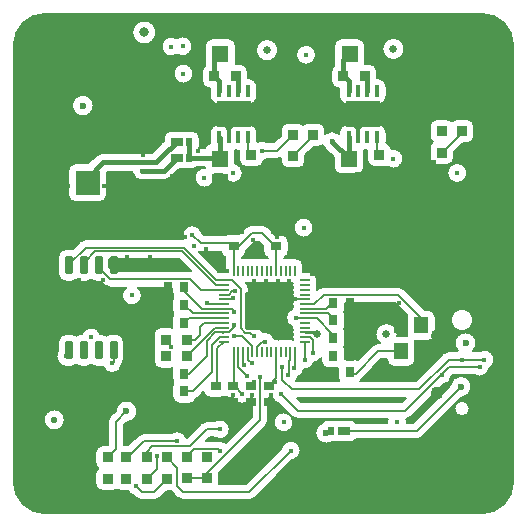
<source format=gbl>
G04 Layer: BottomLayer*
G04 EasyEDA Pro v2.1.64.d1969c9c.217bcf, 2024-08-30 02:53:31*
G04 Gerber Generator version 0.3*
G04 Scale: 100 percent, Rotated: No, Reflected: No*
G04 Dimensions in millimeters*
G04 Leading zeros omitted, absolute positions, 3 integers and 5 decimals*
%FSLAX35Y35*%
%MOMM*%
%AMRoundRect*1,1,$1,$2,$3*1,1,$1,$4,$5*1,1,$1,0-$2,0-$3*1,1,$1,0-$4,0-$5*20,1,$1,$2,$3,$4,$5,0*20,1,$1,$4,$5,0-$2,0-$3,0*20,1,$1,0-$2,0-$3,0-$4,0-$5,0*20,1,$1,0-$4,0-$5,$2,$3,0*4,1,4,$2,$3,$4,$5,0-$2,0-$3,0-$4,0-$5,$2,$3,0*%
%AMOval*1,1,$1,$2,$3*1,1,$1,$4,$5*20,1,$1,$2,$3,$4,$5,0*%
%ADD8191C,0.2032*%
%ADD10R,1.41X1.35001*%
%ADD11R,0.86401X0.80648*%
%ADD12R,1.35001X1.41*%
%ADD13C,5.2*%
%ADD14R,0.8X0.9*%
%ADD15R,0.9X0.8*%
%ADD16R,0.8114X0.86401*%
%ADD17R,0.80648X0.86401*%
%ADD18R,0.806X0.86401*%
%ADD19R,0.80648X0.86401*%
%ADD20R,0.806X0.86401*%
%ADD21R,0.86401X0.80648*%
%ADD22R,0.86401X0.806*%
%ADD23R,0.86401X0.806*%
%ADD24RoundRect,0.1X0.05X0.3875X0.05X-0.3875*%
%ADD25RoundRect,0.1X0.3875X0.05X0.3875X-0.05*%
%ADD26RoundRect,0.288X1.456X1.456X1.456X-1.456*%
%ADD27RoundRect,0.3X0.15X0.65X0.15X-0.65*%
%ADD28R,1.2X1.4*%
%ADD29R,0.51999X0.7*%
%ADD30R,1.05001X0.7*%
%ADD31C,1.1*%
%ADD32R,0.51999X0.7*%
%ADD33R,1.05001X0.7*%
%ADD34Oval,0.41999X0.0X-0.30751X0.0X0.30751*%
%ADD35R,2.99999X2.2*%
%ADD36R,2.05999X2.07*%
%ADD37C,0.45*%
%ADD38C,0.50002*%
%ADD39C,0.6*%
%ADD40C,0.55*%
%ADD41C,0.8*%
%ADD42C,0.65*%
%ADD43C,0.4*%
%ADD44C,0.15*%
%ADD45C,0.254*%
%ADD46C,0.2*%
G75*


G04 Copper Start*
G36*
G01X-1840340Y-2119772D02*
G02X-2104526Y-1855587I0J264186D01*
G01Y1844414D01*
G02X-1840340Y2108600I264186J0D01*
G01X1859660D01*
G02X2123846Y1844414I0J-264186D01*
G01Y-1855587D01*
G02X1859660Y-2119772I-264186J0D01*
G01X-1840340D01*
G37*
%LPC*%
G36*
G01X-1067348Y-1989281D02*
G03X-1016992Y-2010139I50356J50356D01*
G01X-920679D01*
G03X-870323Y-1989281I0J71214D01*
G01X-811142Y-1930101D01*
G01X-775010D01*
G03X-768587Y-1937513I55011J41175D01*
G01X-718587Y-1987513D01*
G01Y-1987514D01*
G03X-669999Y-2007639I48588J48588D01*
G01X-109999D01*
G03X-61411Y-1987514I0J68714D01*
G01X254778Y-1671325D01*
G03X323716Y-1588925I-14777J82400D01*
G03X240002Y-1505211I-83714J0D01*
G03X157602Y-1574149I0J-83714D01*
G01X-138461Y-1870212D01*
G01X-365814D01*
G03X-365584Y-1864910I-60984J5301D01*
G01Y-1784263D01*
G03X-366264Y-1775170I-61214J0D01*
G01X28589Y-1380317D01*
G03X48715Y-1331729I-48588J48588D01*
G01Y-1140137D01*
G01X81898D01*
G03X140762Y-1191474I78102J30136D01*
G01X235861Y-1286573D01*
G03X180001Y-1265211I-55860J-62352D01*
G03X96287Y-1348925I0J-83714D01*
G03X180001Y-1432639I83714J0D01*
G03X263716Y-1348925I0J83714D01*
G03X242353Y-1293065I-83714J0D01*
G01X250784Y-1301496D01*
G03X301140Y-1322354I50356J50356D01*
G01X1060617D01*
G03X1056288Y-1348925I79385J-26571D01*
G03X1056365Y-1352513I83714J0D01*
G01X790044D01*
G03X740691Y-1327513I-49353J-36214D01*
G01X635690D01*
G03X623200Y-1328801I0J-61214D01*
G03X610710Y-1327513I-12490J-59926D01*
G01X558712D01*
G03X508870Y-1353188I0J-61214D01*
G03X448788Y-1438925I31131J-85737D01*
G03X540002Y-1530139I91214J0D01*
G03X581912Y-1519941I0J91214D01*
G01X610710D01*
G03X623200Y-1518653I0J61214D01*
G03X635690Y-1519941I12490J59926D01*
G01X740691D01*
G03X790044Y-1494941I0J61214D01*
G01X1305200D01*
G03X1355556Y-1474083I0J71214D01*
G01X1690056Y-1139583D01*
G03X1771216Y-1048925I-10054J90658D01*
G03X1680002Y-957711I-91214J0D01*
G03X1589344Y-1038871I0J-91214D01*
G01X1275703Y-1352513D01*
G01X1223639D01*
G03X1223716Y-1348925I-83637J3588D01*
G03X1219080Y-1321453I-83714J0D01*
G03X1258143Y-1301496I-11293J70313D01*
G01X1527320Y-1032319D01*
G03X1603396Y-956243I-7318J83394D01*
G01X1609500Y-950139D01*
G01X1795995D01*
G03X1840002Y-962639I44007J71214D01*
G03X1922865Y-890833I0J83714D01*
G03X1963716Y-818925I-42863J71908D01*
G03X1880002Y-735211I-83714J0D01*
G03X1835995Y-747711I0J-83714D01*
G01X1779906D01*
G03X1811216Y-678925I-59904J68786D01*
G03X1720002Y-587711I-91214J0D01*
G03X1628788Y-678925I0J-91214D01*
G03X1654976Y-742891I91214J0D01*
G03X1645995Y-747711I35026J-76034D01*
G01X1580002D01*
G03X1529646Y-768569I0J-71214D01*
G01X1298289Y-999926D01*
G01X830392D01*
G03X836052Y-989780I-50388J34759D01*
G03X839812Y-986291I-44828J52077D01*
G01X1008464Y-817639D01*
G01X1053788D01*
G01Y-818924D01*
G03X1115002Y-880138I61214J0D01*
G01X1235002D01*
G03X1296216Y-818924I0J61214D01*
G01Y-678925D01*
G03X1293262Y-660139I-61214J0D01*
G01X1405002D01*
G03X1466216Y-598925I0J61214D01*
G01Y-458925D01*
G03X1405002Y-397711I-61214J0D01*
G01X1373144D01*
G01X1196847Y-221415D01*
G03X1148259Y-201289I-48588J-48588D01*
G01X518923D01*
G03X470335Y-221415I0J-68714D01*
G01X464833Y-226916D01*
G01Y-223287D01*
G03X463112Y-208287I-66214J0D01*
G03X464833Y-193287I-64493J15000D01*
G01Y-183287D01*
G03X463112Y-168287I-66214J0D01*
G03X464833Y-153287I-64493J15000D01*
G01Y-143287D01*
G03X398619Y-77073I-66214J0D01*
G01X347334D01*
G01Y-25787D01*
G03X281120Y40427I-66214J0D01*
G01X271120D01*
G03X256120Y38705I0J-66214D01*
G03X241120Y40427I-15000J-64493D01*
G01X231120D01*
G03X216120Y38705I0J-66214D01*
G03X201120Y40427I-15000J-64493D01*
G01X191120D01*
G03X186394Y40258I0J-66214D01*
G01Y43614D01*
G03X221394Y98931I-26214J55317D01*
G01Y178931D01*
G03X160180Y240145I-61214J0D01*
G01X109269D01*
G01X47863Y301551D01*
G03X-2493Y322409I-50356J-50356D01*
G01X-90062D01*
G03X-140418Y301551I0J-71214D01*
G01X-199284Y242685D01*
G01X-287960D01*
G03X-315138Y236321I0J-61214D01*
G01X-491950D01*
G01X-511253Y255623D01*
G03X-592361Y318615I-81109J-20723D01*
G03X-676075Y234900I0J-83714D01*
G03X-667946Y198914I83714J0D01*
G01X-1496616D01*
G03X-1545204Y178788I0J-68714D01*
G01X-1605461Y118531D01*
G03X-1625501Y121213I-20040J-73532D01*
G01X-1655500D01*
G03X-1731714Y44999I0J-76214D01*
G01Y-85001D01*
G03X-1655500Y-161215I76214J0D01*
G01X-1625501D01*
G03X-1577001Y-143791I0J76214D01*
G03X-1528501Y-161215I48500J58791D01*
G01X-1498501D01*
G03X-1450001Y-143791I0J76214D01*
G03X-1401501Y-161215I48500J58791D01*
G01X-1371501D01*
G03X-1365025Y-160939I0J76214D01*
G01X-1337519Y-188445D01*
G03X-1288930Y-208571I48588J48588D01*
G01X-1155474D01*
G03X-1188253Y-275007I50935J-66435D01*
G03X-1104539Y-358721I83714J0D01*
G03X-1020824Y-275007I0J83714D01*
G03X-1053603Y-208571I-83714J0D01*
G01X-761211D01*
G01Y-252557D01*
G03X-753355Y-282557I61214J0D01*
G03X-761211Y-312557I53359J-30000D01*
G01Y-402557D01*
G03X-753355Y-432557I61214J0D01*
G03X-761211Y-462557I53359J-30000D01*
G01Y-548131D01*
G03X-778676Y-545586I-17466J-58669D01*
G01X-859324D01*
G03X-920538Y-606800I0J-61214D01*
G01Y-693201D01*
G03X-914360Y-720000I61214J0D01*
G03X-920538Y-746800I55036J-26800D01*
G01Y-833201D01*
G03X-859324Y-894415I61214J0D01*
G01X-778676D01*
G03X-761207Y-891869I0J61214D01*
G01X-761211Y-892557D01*
G01Y-982557D01*
G03X-753733Y-1011875I61214J0D01*
G03X-761208Y-1041190I53739J-29314D01*
G01Y-1131190D01*
G03X-699994Y-1192404I61214J0D01*
G01X-619994D01*
G03X-561738Y-1149986I0J61214D01*
G03X-538676Y-1134778I-25526J63797D01*
G01X-499028Y-1095130D01*
G03X-439999Y-1140137I59029J16208D01*
G01X-349999D01*
G03X-319999Y-1132281I0J61214D01*
G03X-289999Y-1140137I30000J53359D01*
G01X-247677D01*
G03X-169999Y-1192639I77678J31212D01*
G03X-92321Y-1140137I0J83714D01*
G01X-88713D01*
G01Y-1303267D01*
G01X-308428Y-1522982D01*
G03X-359999Y-1505211I-51571J-65943D01*
G03X-390262Y-1510873I0J-83714D01*
G01X-474770D01*
G01X-441537Y-1477639D01*
G01X-407815D01*
G03X-359999Y-1492639I47817J68714D01*
G03X-276285Y-1408925I0J83714D01*
G03X-359999Y-1325211I-83714J0D01*
G03X-407815Y-1340211I0J-83714D01*
G01X-469999D01*
G03X-518587Y-1360337I0J-68714D01*
G01X-640611Y-1482361D01*
G03X-719999Y-1425211I-79388J-26564D01*
G03X-767816Y-1440211I0J-83714D01*
G01X-999999D01*
G03X-1048587Y-1460337I0J-68714D01*
G01X-1133299Y-1545049D01*
G01X-1171285D01*
G01Y-1374709D01*
G01X-1144168Y-1347592D01*
G03X-1059126Y-1256587I-6171J91005D01*
G03X-1150340Y-1165373I-91214J0D01*
G03X-1241345Y-1250415I0J-91214D01*
G01X-1288587Y-1297658D01*
G03X-1308713Y-1346246I48588J-48588D01*
G01Y-1545049D01*
G01X-1353200D01*
G03X-1414414Y-1606263I0J-61214D01*
G01Y-1686911D01*
G03X-1387520Y-1737599I61214J0D01*
G03X-1414414Y-1788287I34320J-50688D01*
G01Y-1868887D01*
G03X-1353200Y-1930101I61214J0D01*
G01X-1266799D01*
G03X-1230170Y-1917932I0J61214D01*
G03X-1193540Y-1930101I36629J49045D01*
G01X-1139439D01*
G03X-1085236Y-1971394I73441J40180D01*
G01X-1067348Y-1989281D01*
G37*
G36*
G01X-1644213Y574676D02*
G03X-1582999Y513462I61214J0D01*
G01X-1377000D01*
G03X-1315786Y574676I0J61214D01*
G01Y769862D01*
G01X-1102959D01*
G03X-1019999Y697362I82960J11214D01*
G03X-999693Y699862I0J83714D01*
G01X-831739D01*
G03X-774312Y723649I0J81214D01*
G01X-703099Y794862D01*
G01X-669238D01*
G03X-656748Y796150I0J61214D01*
G03X-644259Y794862I12490J59926D01*
G01X-592260D01*
G03X-552117Y809862I0J61214D01*
G01X-489450D01*
G03X-489179Y804786I61210J713D01*
G01X-489999Y804790D01*
G03X-573713Y721076I0J-83714D01*
G03X-489999Y637362I83714J0D01*
G03X-406285Y721076I0J83714D01*
G03X-411208Y749361I-83714J0D01*
G01X-332889D01*
G03X-249999Y677362I82890J11714D01*
G03X-166285Y761076I0J83714D01*
G03X-232025Y842838I-83714J0D01*
G01Y951576D01*
G03X-232121Y955010I-61214J0D01*
G03X-203475Y949858I28646J77061D01*
G03X-196409Y950162I0J82213D01*
G01Y871557D01*
G03X-135195Y810343I61214J0D01*
G01X-48794D01*
G03X12332Y868275I0J61214D01*
G03X47818Y882362I-12331J82801D01*
G01X127002D01*
G03X155587Y888590I0J68714D01*
G01Y861753D01*
G03X216801Y800539I61214J0D01*
G01X303202D01*
G03X364416Y861753I0J61214D01*
G01Y909314D01*
G01X437663Y982562D01*
G01X473202D01*
G03X513230Y997463I0J61214D01*
G03X532575Y966528I76772J26492D01*
G01X604166Y894936D01*
G01Y810575D01*
G03X665380Y749361I61214J0D01*
G01X800381D01*
G03X861595Y810575I0J61214D01*
G01Y951576D01*
G03X861469Y955510I-61214J0D01*
G03X887285Y950396I28676J77050D01*
G01Y873940D01*
G03X948499Y812726I61214J0D01*
G01X1034900D01*
G03X1056522Y816671I0J61214D01*
G03X1110002Y797362I53480J64404D01*
G03X1193716Y881076I0J83714D01*
G03X1110002Y964790I-83714J0D01*
G03X1095459Y963517I0J-83714D01*
G03X1050188Y1013861I-60559J-8930D01*
G03X1052343Y1032560I-80059J18699D01*
G01Y1094061D01*
G03X970130Y1176274I-82213J0D01*
G03X930137Y1165892I0J-82213D01*
G03X890145Y1176274I-39992J-71831D01*
G03X810148Y1113021I0J-82213D01*
G03X730150Y1176274I-79997J-18960D01*
G03X647937Y1094061I0J-82213D01*
G01Y1091504D01*
G03X590002Y1114790I-57935J-60428D01*
G03X534416Y1093672I0J-83714D01*
G01Y1124376D01*
G03X473202Y1185590I-61214J0D01*
G01X386801D01*
G03X345002Y1169097I0J-61214D01*
G03X303202Y1185590I-41800J-44721D01*
G01X216801D01*
G03X155587Y1124376I0J-61214D01*
G01Y1076838D01*
G01X98539Y1019790D01*
G01X47818D01*
G03X1Y1034790I-47817J-68714D01*
G03X-41708Y1023659I0J-83714D01*
G03X-41277Y1032071I-81782J8412D01*
G01Y1093572D01*
G03X-123490Y1175786I-82213J0D01*
G03X-163483Y1165403I0J-82213D01*
G03X-203475Y1175786I-39992J-71831D01*
G03X-283472Y1112532I0J-82213D01*
G03X-363470Y1175786I-79997J-18960D01*
G03X-445683Y1093572I0J-82213D01*
G01Y1032071D01*
G03X-442937Y1010999I82213J0D01*
G03X-485843Y972290I14697J-59423D01*
G01X-533072D01*
G03X-531046Y987909I-59188J15619D01*
G01Y1057909D01*
G03X-592260Y1119123I-61214J0D01*
G01X-644259D01*
G03X-656748Y1117836I0J-61214D01*
G03X-669238Y1119123I-12490J-59926D01*
G01X-774239D01*
G03X-835453Y1057909I0J-61214D01*
G01Y1027767D01*
G03X-846246Y1018703I46634J-66491D01*
G01X-932660Y932290D01*
G01X-1349999D01*
G03X-1407426Y908503I0J-81214D01*
G01X-1473040Y842890D01*
G01X-1582999D01*
G03X-1644213Y781676I0J-61214D01*
G01Y574676D01*
G37*
G36*
G01X-445683Y1420574D02*
G03X-363470Y1338361I82213J0D01*
G03X-323477Y1348743I0J82213D01*
G03X-283485Y1338361I39992J71831D01*
G03X-243480Y1348750I0J82213D01*
G03X-203475Y1338361I40005J71824D01*
G03X-163483Y1348743I0J82213D01*
G03X-123490Y1338361I39992J71831D01*
G03X-41277Y1420574I0J82213D01*
G01Y1482075D01*
G03X-122479Y1564282I-82213J0D01*
G03X-124673Y1577987I-80996J-5942D01*
G01Y1624277D01*
G03X-185887Y1685491I-61214J0D01*
G01X-225758D01*
G03X-223025Y1703576I-58481J18085D01*
G01Y1838577D01*
G03X-284239Y1899791I-61214J0D01*
G01X-425240D01*
G03X-486454Y1838577I0J-61214D01*
G01Y1739370D01*
G03X-489425Y1717605I78243J-21765D01*
G01Y1669809D01*
G03X-509725Y1624277I40914J-45532D01*
G01Y1537876D01*
G03X-448511Y1476662I61214J0D01*
G01X-445683D01*
G01Y1420574D01*
G37*
G36*
G01X890145Y1338849D02*
G03X930137Y1349232I0J82213D01*
G03X970130Y1338849I39992J71831D01*
G03X1052343Y1421063I0J82213D01*
G01Y1482564D01*
G03X971104Y1564772I-82213J0D01*
G03X968947Y1577987I-80959J-6431D01*
G01Y1624277D01*
G03X907733Y1685491I-61214J0D01*
G01X867862D01*
G03X870595Y1703576I-58481J18085D01*
G01Y1838577D01*
G03X809381Y1899791I-61214J0D01*
G01X668380D01*
G03X607166Y1838577I0J-61214D01*
G01Y1739370D01*
G03X604195Y1717605I78243J-21765D01*
G01Y1669809D01*
G03X583895Y1624277I40914J-45532D01*
G01Y1537876D01*
G03X645109Y1476662I61214J0D01*
G01X647937D01*
G01Y1421063D01*
G03X730150Y1338849I82213J0D01*
G03X770143Y1349232I0J82213D01*
G03X810135Y1338849I39992J71831D01*
G03X850140Y1349239I0J82213D01*
G03X890145Y1338849I40005J71824D01*
G37*
G36*
G01X-1270001Y-933715D02*
G03X-1186398Y-854321I0J83714D01*
G03X-1168287Y-804999I-58103J49321D01*
G01Y-675000D01*
G03X-1244501Y-598786I-76214J0D01*
G01X-1274501D01*
G03X-1323001Y-616209I0J-76214D01*
G03X-1371501Y-598786I-48500J-58791D01*
G01X-1372324D01*
G03X-1450001Y-546286I-77677J-31215D01*
G03X-1527678Y-598786I0J-83714D01*
G01X-1528501D01*
G03X-1577001Y-616209I0J-76214D01*
G03X-1625501Y-598786I-48500J-58791D01*
G01X-1655500D01*
G03X-1731714Y-675000I0J-76214D01*
G01Y-746812D01*
G03X-1743715Y-790000I71714J-43188D01*
G03X-1713656Y-854259I83714J0D01*
G03X-1655500Y-881213I58155J49260D01*
G01X-1625501D01*
G03X-1577001Y-863790I0J76214D01*
G03X-1528501Y-881213I48500J58791D01*
G01X-1498501D01*
G03X-1450001Y-863790I0J76214D01*
G03X-1401501Y-881213I48500J58791D01*
G01X-1371501D01*
G03X-1348963Y-877804I0J76214D01*
G03X-1270001Y-933715I78962J27804D01*
G37*
G36*
G01X1563202Y830539D02*
G03X1624416Y891753I0J61214D01*
G01Y939314D01*
G01X1697664Y1012562D01*
G01X1733203D01*
G03X1794417Y1073776I0J61214D01*
G01Y1154376D01*
G03X1733203Y1215590I-61214J0D01*
G01X1646802D01*
G03X1605002Y1199097I0J-61214D01*
G03X1563202Y1215590I-41800J-44721D01*
G01X1476802D01*
G03X1415588Y1154376I0J-61214D01*
G01Y1073776D01*
G03X1442481Y1023088I61214J0D01*
G03X1415588Y972400I34320J-50688D01*
G01Y891753D01*
G03X1476802Y830539I61214J0D01*
G01X1563202D01*
G37*
G36*
G01X-853713Y1831077D02*
G03X-769999Y1747363I83714J0D01*
G03X-720793Y1763351I0J83714D01*
G03X-675998Y1750358I44795J70721D01*
G03X-592284Y1834072I0J83714D01*
G03X-675998Y1917786I-83714J0D01*
G03X-725204Y1901798I0J-83714D01*
G03X-769999Y1914791I-44795J-70721D01*
G03X-853713Y1831077I0J-83714D01*
G37*
G36*
G01X-999999Y1849863D02*
G03X-898785Y1951077I0J101214D01*
G03X-999999Y2052291I-101214J0D01*
G03X-1101213Y1951077I0J-101214D01*
G03X-999999Y1849863I101214J0D01*
G37*
G36*
G01X1690002Y-578240D02*
G03X1784316Y-483926I0J94314D01*
G03X1690002Y-389612I-94314J0D01*
G03X1595688Y-483926I0J-94314D01*
G03X1690002Y-578240I94314J0D01*
G37*
G36*
G01X1016288Y1811077D02*
G03X1110002Y1717363I93714J0D01*
G03X1203716Y1811077I0J93714D01*
G03X1110002Y1904791I-93714J0D01*
G03X1016288Y1811077I0J-93714D01*
G37*
G36*
G01X40001Y1707363D02*
G03X133716Y1801077I0J93714D01*
G03X40001Y1894791I-93714J0D01*
G03X-53713Y1801077I0J-93714D01*
G03X40001Y1707363I93714J0D01*
G37*
G36*
G01X-1611213Y1331076D02*
G03X-1519999Y1239862I91214J0D01*
G03X-1428786Y1331076I0J91214D01*
G03X-1519999Y1422290I-91214J0D01*
G03X-1611213Y1331076I0J-91214D01*
G37*
G36*
G01X-1761739Y-1417639D02*
G03X-1673025Y-1328925I0J88714D01*
G03X-1761739Y-1240211I-88714J0D01*
G03X-1850453Y-1328925I0J-88714D01*
G03X-1761739Y-1417639I88714J0D01*
G37*
G36*
G01X-667998Y1518358D02*
G03X-584284Y1602072I0J83714D01*
G03X-667998Y1685787I-83714J0D01*
G03X-751712Y1602072I0J-83714D01*
G03X-667998Y1518358I83714J0D01*
G37*
G36*
G01X286287Y1761076D02*
G03X370002Y1677362I83714J0D01*
G03X453716Y1761076I0J83714D01*
G03X370002Y1844791I-83714J0D01*
G03X286287Y1761076I0J-83714D01*
G37*
G36*
G01X349335Y214105D02*
G03X433049Y297820I0J83714D01*
G03X349335Y381534I-83714J0D01*
G03X265621Y297820I0J-83714D01*
G03X349335Y214105I83714J0D01*
G37*
G36*
G01X1650002Y677362D02*
G03X1733716Y761076I0J83714D01*
G03X1650002Y844790I-83714J0D01*
G03X1566288Y761076I0J-83714D01*
G03X1650002Y677362I83714J0D01*
G37*
G36*
G01X1690002Y-1299738D02*
G03X1755816Y-1233924I0J65814D01*
G03X1690002Y-1168110I-65814J0D01*
G03X1624188Y-1233924I0J-65814D01*
G03X1690002Y-1299738I65814J0D01*
G37*
%LPD*%
G36*
G01X-708463Y31286D02*
G01X-605871Y-71306D01*
G03X-610594Y-71143I-4723J-68551D01*
G01X-1260468D01*
G01X-1295287Y-36324D01*
G01Y31286D01*
G01X-708463D01*
G37*
G36*
G01X-363042Y-77073D02*
G01X-535385Y95270D01*
G03X-521448Y93893I13937J69837D01*
G01X-348703D01*
G03X-314174Y46154I60743J7578D01*
G01Y-14791D01*
G03X-315093Y-25787I65295J-10996D01*
G01Y-64537D01*
G01Y-77073D01*
G01X-363042D01*
G37*
G36*
G01X-143880Y38705D02*
G03X-158880Y40427I-15000J-64493D01*
G01X-168880D01*
G03X-171746Y40365I0J-66214D01*
G01Y46154D01*
G03X-136746Y101471I-26214J55317D01*
G01Y103799D01*
G01X-60564Y179981D01*
G01X-31991D01*
G01X8966Y139024D01*
G01Y98931D01*
G03X43966Y43614I61214J0D01*
G01Y40366D01*
G03X41120Y40427I-2846J-66153D01*
G01X31120D01*
G03X16120Y38705I0J-66214D01*
G03X1120Y40427I-15000J-64493D01*
G01X-8880D01*
G03X-23880Y38705I0J-66214D01*
G03X-38880Y40427I-15000J-64493D01*
G01X-48880D01*
G03X-63880Y38705I0J-66214D01*
G03X-78880Y40427I-15000J-64493D01*
G01X-88880D01*
G03X-103880Y38705I0J-66214D01*
G03X-118880Y40427I-15000J-64493D01*
G01X-128880D01*
G03X-143880Y38705I0J-66214D01*
G37*
G36*
G01X231120Y-647072D02*
G03X216120Y-648793I0J-66214D01*
G03X201120Y-647072I-15000J-64493D01*
G01X191120D01*
G03X176120Y-648793I0J-66214D01*
G03X161120Y-647072I-15000J-64493D01*
G01X151120D01*
G03X136120Y-648793I0J-66214D01*
G03X121120Y-647072I-15000J-64493D01*
G01X111120D01*
G03X103998Y-647456I0J-66214D01*
G03X22360Y-582272I-81637J-18530D01*
G03X2724Y-584608I0J-83714D01*
G03X-60982Y-535056I-76884J-33119D01*
G03X-100900Y-522272I-39918J-55930D01*
G01X-112126D01*
G01Y-224026D01*
G03X-132252Y-175438I-68714J0D01*
G01X-138961Y-168729D01*
G03X-128880Y-169501I10081J65442D01*
G01X-118880D01*
G03X-103880Y-167780I0J66214D01*
G03X-88880Y-169501I15000J64493D01*
G01X-78880D01*
G03X-63880Y-167780I0J66214D01*
G03X-48880Y-169501I15000J64493D01*
G01X-38880D01*
G03X-23880Y-167780I0J66214D01*
G03X-8880Y-169501I15000J64493D01*
G01X1120D01*
G03X16120Y-167780I0J66214D01*
G03X31120Y-169501I15000J64493D01*
G01X41120D01*
G03X56120Y-167780I0J66214D01*
G03X71120Y-169501I15000J64493D01*
G01X81120D01*
G03X96120Y-167780I0J66214D01*
G03X111120Y-169501I15000J64493D01*
G01X121120D01*
G03X136120Y-167780I0J66214D01*
G03X151120Y-169501I15000J64493D01*
G01X161120D01*
G03X176120Y-167780I0J66214D01*
G03X191120Y-169501I15000J64493D01*
G01X201120D01*
G03X216120Y-167780I0J66214D01*
G03X231120Y-169501I15000J64493D01*
G01X241120D01*
G03X256120Y-167780I0J66214D01*
G01X256532Y-167874D01*
G01X256627Y-168287D01*
G03X254906Y-183287I64493J-15000D01*
G01Y-193287D01*
G03X256627Y-208287I66214J0D01*
G03X254906Y-223287I64493J-15000D01*
G01Y-233287D01*
G03X256627Y-248287I66214J0D01*
G03X254906Y-263287I64493J-15000D01*
G01Y-273287D01*
G03X264912Y-308287I66214J0D01*
G03X254906Y-343287I56208J-35000D01*
G01Y-353287D01*
G03X256627Y-368287I66214J0D01*
G03X254906Y-383287I64493J-15000D01*
G01Y-386824D01*
G03X200266Y-465326I29075J-78503D01*
G03X254906Y-543829I83714J0D01*
G01Y-553286D01*
G03X256627Y-568286I66214J0D01*
G03X254906Y-583286I64493J-15000D01*
G01Y-593286D01*
G03X256627Y-608286I66214J0D01*
G03X254906Y-623286I64493J-15000D01*
G01Y-633286D01*
G03X256627Y-648286I66214J0D01*
G01X256532Y-648699D01*
G01X256120Y-648793D01*
G03X241120Y-647072I-15000J-64493D01*
G01X231120D01*
G37*
G36*
G01X286386Y-999926D02*
G03X301886Y-966329I-66385J51001D01*
G03X352638Y-902315I-31885J77404D01*
G03X360002Y-902639I7364J83390D01*
G03X440478Y-841981I0J83714D01*
G03X498785Y-806641I-10476J83056D01*
G01Y-832703D01*
G03X559999Y-893917I61214J0D01*
G01X638790D01*
G01Y-965167D01*
G03X649616Y-999926I61214J0D01*
G01X286386D01*
G37*
G36*
G01X1215861Y-1142354D02*
G01X1178289Y-1179927D01*
G01X330638D01*
G01X293066Y-1142354D01*
G01X1215861D01*
G37*
G36*
G01X931414Y-700337D02*
G01X809964Y-821786D01*
G03X780004Y-813954I-29960J-53381D01*
G01X701213D01*
G01Y-742703D01*
G03X693358Y-712703I-61214J0D01*
G03X701213Y-682703I-53359J30000D01*
G01Y-592703D01*
G03X693358Y-562703I-61214J0D01*
G03X701213Y-532703I-53359J30000D01*
G01Y-442703D01*
G03X693358Y-412703I-61214J0D01*
G03X701213Y-382703I-53359J30000D01*
G01Y-338717D01*
G01X1119797D01*
G01X1225525Y-444445D01*
G03X1223788Y-458925I59477J-14480D01*
G01Y-598925D01*
G03X1226742Y-617711I61214J0D01*
G01X1143912D01*
G03X1144774Y-605026I-92852J12684D01*
G03X1051060Y-511312I-93714J0D01*
G03X957346Y-605026I0J-93714D01*
G03X995117Y-680211I93714J0D01*
G01X980002D01*
G03X931414Y-700337I0J-68714D01*
G37*
G54D8191*
G01X-1840340Y-2119772D02*
G02X-2104526Y-1855587I0J264186D01*
G01Y1844414D01*
G02X-1840340Y2108600I264186J0D01*
G01X1859660D01*
G02X2123846Y1844414I0J-264186D01*
G01Y-1855587D01*
G02X1859660Y-2119772I-264186J0D01*
G01X-1840340D01*
G01X-1067348Y-1989281D02*
G03X-1016992Y-2010139I50356J50356D01*
G01X-920679D01*
G03X-870323Y-1989281I0J71214D01*
G01X-811142Y-1930101D01*
G01X-775010D01*
G03X-768587Y-1937513I55011J41175D01*
G01X-718587Y-1987513D01*
G01Y-1987514D01*
G03X-669999Y-2007639I48588J48588D01*
G01X-109999D01*
G03X-61411Y-1987514I0J68714D01*
G01X254778Y-1671325D01*
G03X323716Y-1588925I-14777J82400D01*
G03X240002Y-1505211I-83714J0D01*
G03X157602Y-1574149I0J-83714D01*
G01X-138461Y-1870212D01*
G01X-365814D01*
G03X-365584Y-1864910I-60984J5301D01*
G01Y-1784263D01*
G03X-366264Y-1775170I-61214J0D01*
G01X28589Y-1380317D01*
G03X48715Y-1331729I-48588J48588D01*
G01Y-1140137D01*
G01X81898D01*
G03X140762Y-1191474I78102J30136D01*
G01X235861Y-1286573D01*
G03X180001Y-1265211I-55860J-62352D01*
G03X96287Y-1348925I0J-83714D01*
G03X180001Y-1432639I83714J0D01*
G03X263716Y-1348925I0J83714D01*
G03X242353Y-1293065I-83714J0D01*
G01X250784Y-1301496D01*
G03X301140Y-1322354I50356J50356D01*
G01X1060617D01*
G03X1056288Y-1348925I79385J-26571D01*
G03X1056365Y-1352513I83714J0D01*
G01X790044D01*
G03X740691Y-1327513I-49353J-36214D01*
G01X635690D01*
G03X623200Y-1328801I0J-61214D01*
G03X610710Y-1327513I-12490J-59926D01*
G01X558712D01*
G03X508870Y-1353188I0J-61214D01*
G03X448788Y-1438925I31131J-85737D01*
G03X540002Y-1530139I91214J0D01*
G03X581912Y-1519941I0J91214D01*
G01X610710D01*
G03X623200Y-1518653I0J61214D01*
G03X635690Y-1519941I12490J59926D01*
G01X740691D01*
G03X790044Y-1494941I0J61214D01*
G01X1305200D01*
G03X1355556Y-1474083I0J71214D01*
G01X1690056Y-1139583D01*
G03X1771216Y-1048925I-10054J90658D01*
G03X1680002Y-957711I-91214J0D01*
G03X1589344Y-1038871I0J-91214D01*
G01X1275703Y-1352513D01*
G01X1223639D01*
G03X1223716Y-1348925I-83637J3588D01*
G03X1219080Y-1321453I-83714J0D01*
G03X1258143Y-1301496I-11293J70313D01*
G01X1527320Y-1032319D01*
G03X1603396Y-956243I-7318J83394D01*
G01X1609500Y-950139D01*
G01X1795995D01*
G03X1840002Y-962639I44007J71214D01*
G03X1922865Y-890833I0J83714D01*
G03X1963716Y-818925I-42863J71908D01*
G03X1880002Y-735211I-83714J0D01*
G03X1835995Y-747711I0J-83714D01*
G01X1779906D01*
G03X1811216Y-678925I-59904J68786D01*
G03X1720002Y-587711I-91214J0D01*
G03X1628788Y-678925I0J-91214D01*
G03X1654976Y-742891I91214J0D01*
G03X1645995Y-747711I35026J-76034D01*
G01X1580002D01*
G03X1529646Y-768569I0J-71214D01*
G01X1298289Y-999926D01*
G01X830392D01*
G03X836052Y-989780I-50388J34759D01*
G03X839812Y-986291I-44828J52077D01*
G01X1008464Y-817639D01*
G01X1053788D01*
G01Y-818924D01*
G03X1115002Y-880138I61214J0D01*
G01X1235002D01*
G03X1296216Y-818924I0J61214D01*
G01Y-678925D01*
G03X1293262Y-660139I-61214J0D01*
G01X1405002D01*
G03X1466216Y-598925I0J61214D01*
G01Y-458925D01*
G03X1405002Y-397711I-61214J0D01*
G01X1373144D01*
G01X1196847Y-221415D01*
G03X1148259Y-201289I-48588J-48588D01*
G01X518923D01*
G03X470335Y-221415I0J-68714D01*
G01X464833Y-226916D01*
G01Y-223287D01*
G03X463112Y-208287I-66214J0D01*
G03X464833Y-193287I-64493J15000D01*
G01Y-183287D01*
G03X463112Y-168287I-66214J0D01*
G03X464833Y-153287I-64493J15000D01*
G01Y-143287D01*
G03X398619Y-77073I-66214J0D01*
G01X347334D01*
G01Y-25787D01*
G03X281120Y40427I-66214J0D01*
G01X271120D01*
G03X256120Y38705I0J-66214D01*
G03X241120Y40427I-15000J-64493D01*
G01X231120D01*
G03X216120Y38705I0J-66214D01*
G03X201120Y40427I-15000J-64493D01*
G01X191120D01*
G03X186394Y40258I0J-66214D01*
G01Y43614D01*
G03X221394Y98931I-26214J55317D01*
G01Y178931D01*
G03X160180Y240145I-61214J0D01*
G01X109269D01*
G01X47863Y301551D01*
G03X-2493Y322409I-50356J-50356D01*
G01X-90062D01*
G03X-140418Y301551I0J-71214D01*
G01X-199284Y242685D01*
G01X-287960D01*
G03X-315138Y236321I0J-61214D01*
G01X-491950D01*
G01X-511253Y255623D01*
G03X-592361Y318615I-81109J-20723D01*
G03X-676075Y234900I0J-83714D01*
G03X-667946Y198914I83714J0D01*
G01X-1496616D01*
G03X-1545204Y178788I0J-68714D01*
G01X-1605461Y118531D01*
G03X-1625501Y121213I-20040J-73532D01*
G01X-1655500D01*
G03X-1731714Y44999I0J-76214D01*
G01Y-85001D01*
G03X-1655500Y-161215I76214J0D01*
G01X-1625501D01*
G03X-1577001Y-143791I0J76214D01*
G03X-1528501Y-161215I48500J58791D01*
G01X-1498501D01*
G03X-1450001Y-143791I0J76214D01*
G03X-1401501Y-161215I48500J58791D01*
G01X-1371501D01*
G03X-1365025Y-160939I0J76214D01*
G01X-1337519Y-188445D01*
G03X-1288930Y-208571I48588J48588D01*
G01X-1155474D01*
G03X-1188253Y-275007I50935J-66435D01*
G03X-1104539Y-358721I83714J0D01*
G03X-1020824Y-275007I0J83714D01*
G03X-1053603Y-208571I-83714J0D01*
G01X-761211D01*
G01Y-252557D01*
G03X-753355Y-282557I61214J0D01*
G03X-761211Y-312557I53359J-30000D01*
G01Y-402557D01*
G03X-753355Y-432557I61214J0D01*
G03X-761211Y-462557I53359J-30000D01*
G01Y-548131D01*
G03X-778676Y-545586I-17466J-58669D01*
G01X-859324D01*
G03X-920538Y-606800I0J-61214D01*
G01Y-693201D01*
G03X-914360Y-720000I61214J0D01*
G03X-920538Y-746800I55036J-26800D01*
G01Y-833201D01*
G03X-859324Y-894415I61214J0D01*
G01X-778676D01*
G03X-761207Y-891869I0J61214D01*
G01X-761211Y-892557D01*
G01Y-982557D01*
G03X-753733Y-1011875I61214J0D01*
G03X-761208Y-1041190I53739J-29314D01*
G01Y-1131190D01*
G03X-699994Y-1192404I61214J0D01*
G01X-619994D01*
G03X-561738Y-1149986I0J61214D01*
G03X-538676Y-1134778I-25526J63797D01*
G01X-499028Y-1095130D01*
G03X-439999Y-1140137I59029J16208D01*
G01X-349999D01*
G03X-319999Y-1132281I0J61214D01*
G03X-289999Y-1140137I30000J53359D01*
G01X-247677D01*
G03X-169999Y-1192639I77678J31212D01*
G03X-92321Y-1140137I0J83714D01*
G01X-88713D01*
G01Y-1303267D01*
G01X-308428Y-1522982D01*
G03X-359999Y-1505211I-51571J-65943D01*
G03X-390262Y-1510873I0J-83714D01*
G01X-474770D01*
G01X-441537Y-1477639D01*
G01X-407815D01*
G03X-359999Y-1492639I47817J68714D01*
G03X-276285Y-1408925I0J83714D01*
G03X-359999Y-1325211I-83714J0D01*
G03X-407815Y-1340211I0J-83714D01*
G01X-469999D01*
G03X-518587Y-1360337I0J-68714D01*
G01X-640611Y-1482361D01*
G03X-719999Y-1425211I-79388J-26564D01*
G03X-767816Y-1440211I0J-83714D01*
G01X-999999D01*
G03X-1048587Y-1460337I0J-68714D01*
G01X-1133299Y-1545049D01*
G01X-1171285D01*
G01Y-1374709D01*
G01X-1144168Y-1347592D01*
G03X-1059126Y-1256587I-6171J91005D01*
G03X-1150340Y-1165373I-91214J0D01*
G03X-1241345Y-1250415I0J-91214D01*
G01X-1288587Y-1297658D01*
G03X-1308713Y-1346246I48588J-48588D01*
G01Y-1545049D01*
G01X-1353200D01*
G03X-1414414Y-1606263I0J-61214D01*
G01Y-1686911D01*
G03X-1387520Y-1737599I61214J0D01*
G03X-1414414Y-1788287I34320J-50688D01*
G01Y-1868887D01*
G03X-1353200Y-1930101I61214J0D01*
G01X-1266799D01*
G03X-1230170Y-1917932I0J61214D01*
G03X-1193540Y-1930101I36629J49045D01*
G01X-1139439D01*
G03X-1085236Y-1971394I73441J40180D01*
G01X-1067348Y-1989281D01*
G01X-1644213Y574676D02*
G03X-1582999Y513462I61214J0D01*
G01X-1377000D01*
G03X-1315786Y574676I0J61214D01*
G01Y769862D01*
G01X-1102959D01*
G03X-1019999Y697362I82960J11214D01*
G03X-999693Y699862I0J83714D01*
G01X-831739D01*
G03X-774312Y723649I0J81214D01*
G01X-703099Y794862D01*
G01X-669238D01*
G03X-656748Y796150I0J61214D01*
G03X-644259Y794862I12490J59926D01*
G01X-592260D01*
G03X-552117Y809862I0J61214D01*
G01X-489450D01*
G03X-489179Y804786I61210J713D01*
G01X-489999Y804790D01*
G03X-573713Y721076I0J-83714D01*
G03X-489999Y637362I83714J0D01*
G03X-406285Y721076I0J83714D01*
G03X-411208Y749361I-83714J0D01*
G01X-332889D01*
G03X-249999Y677362I82890J11714D01*
G03X-166285Y761076I0J83714D01*
G03X-232025Y842838I-83714J0D01*
G01Y951576D01*
G03X-232121Y955010I-61214J0D01*
G03X-203475Y949858I28646J77061D01*
G03X-196409Y950162I0J82213D01*
G01Y871557D01*
G03X-135195Y810343I61214J0D01*
G01X-48794D01*
G03X12332Y868275I0J61214D01*
G03X47818Y882362I-12331J82801D01*
G01X127002D01*
G03X155587Y888590I0J68714D01*
G01Y861753D01*
G03X216801Y800539I61214J0D01*
G01X303202D01*
G03X364416Y861753I0J61214D01*
G01Y909314D01*
G01X437663Y982562D01*
G01X473202D01*
G03X513230Y997463I0J61214D01*
G03X532575Y966528I76772J26492D01*
G01X604166Y894936D01*
G01Y810575D01*
G03X665380Y749361I61214J0D01*
G01X800381D01*
G03X861595Y810575I0J61214D01*
G01Y951576D01*
G03X861469Y955510I-61214J0D01*
G03X887285Y950396I28676J77050D01*
G01Y873940D01*
G03X948499Y812726I61214J0D01*
G01X1034900D01*
G03X1056522Y816671I0J61214D01*
G03X1110002Y797362I53480J64404D01*
G03X1193716Y881076I0J83714D01*
G03X1110002Y964790I-83714J0D01*
G03X1095459Y963517I0J-83714D01*
G03X1050188Y1013861I-60559J-8930D01*
G03X1052343Y1032560I-80059J18699D01*
G01Y1094061D01*
G03X970130Y1176274I-82213J0D01*
G03X930137Y1165892I0J-82213D01*
G03X890145Y1176274I-39992J-71831D01*
G03X810148Y1113021I0J-82213D01*
G03X730150Y1176274I-79997J-18960D01*
G03X647937Y1094061I0J-82213D01*
G01Y1091504D01*
G03X590002Y1114790I-57935J-60428D01*
G03X534416Y1093672I0J-83714D01*
G01Y1124376D01*
G03X473202Y1185590I-61214J0D01*
G01X386801D01*
G03X345002Y1169097I0J-61214D01*
G03X303202Y1185590I-41800J-44721D01*
G01X216801D01*
G03X155587Y1124376I0J-61214D01*
G01Y1076838D01*
G01X98539Y1019790D01*
G01X47818D01*
G03X1Y1034790I-47817J-68714D01*
G03X-41708Y1023659I0J-83714D01*
G03X-41277Y1032071I-81782J8412D01*
G01Y1093572D01*
G03X-123490Y1175786I-82213J0D01*
G03X-163483Y1165403I0J-82213D01*
G03X-203475Y1175786I-39992J-71831D01*
G03X-283472Y1112532I0J-82213D01*
G03X-363470Y1175786I-79997J-18960D01*
G03X-445683Y1093572I0J-82213D01*
G01Y1032071D01*
G03X-442937Y1010999I82213J0D01*
G03X-485843Y972290I14697J-59423D01*
G01X-533072D01*
G03X-531046Y987909I-59188J15619D01*
G01Y1057909D01*
G03X-592260Y1119123I-61214J0D01*
G01X-644259D01*
G03X-656748Y1117836I0J-61214D01*
G03X-669238Y1119123I-12490J-59926D01*
G01X-774239D01*
G03X-835453Y1057909I0J-61214D01*
G01Y1027767D01*
G03X-846246Y1018703I46634J-66491D01*
G01X-932660Y932290D01*
G01X-1349999D01*
G03X-1407426Y908503I0J-81214D01*
G01X-1473040Y842890D01*
G01X-1582999D01*
G03X-1644213Y781676I0J-61214D01*
G01Y574676D01*
G01X-445683Y1420574D02*
G03X-363470Y1338361I82213J0D01*
G03X-323477Y1348743I0J82213D01*
G03X-283485Y1338361I39992J71831D01*
G03X-243480Y1348750I0J82213D01*
G03X-203475Y1338361I40005J71824D01*
G03X-163483Y1348743I0J82213D01*
G03X-123490Y1338361I39992J71831D01*
G03X-41277Y1420574I0J82213D01*
G01Y1482075D01*
G03X-122479Y1564282I-82213J0D01*
G03X-124673Y1577987I-80996J-5942D01*
G01Y1624277D01*
G03X-185887Y1685491I-61214J0D01*
G01X-225758D01*
G03X-223025Y1703576I-58481J18085D01*
G01Y1838577D01*
G03X-284239Y1899791I-61214J0D01*
G01X-425240D01*
G03X-486454Y1838577I0J-61214D01*
G01Y1739370D01*
G03X-489425Y1717605I78243J-21765D01*
G01Y1669809D01*
G03X-509725Y1624277I40914J-45532D01*
G01Y1537876D01*
G03X-448511Y1476662I61214J0D01*
G01X-445683D01*
G01Y1420574D01*
G01X890145Y1338849D02*
G03X930137Y1349232I0J82213D01*
G03X970130Y1338849I39992J71831D01*
G03X1052343Y1421063I0J82213D01*
G01Y1482564D01*
G03X971104Y1564772I-82213J0D01*
G03X968947Y1577987I-80959J-6431D01*
G01Y1624277D01*
G03X907733Y1685491I-61214J0D01*
G01X867862D01*
G03X870595Y1703576I-58481J18085D01*
G01Y1838577D01*
G03X809381Y1899791I-61214J0D01*
G01X668380D01*
G03X607166Y1838577I0J-61214D01*
G01Y1739370D01*
G03X604195Y1717605I78243J-21765D01*
G01Y1669809D01*
G03X583895Y1624277I40914J-45532D01*
G01Y1537876D01*
G03X645109Y1476662I61214J0D01*
G01X647937D01*
G01Y1421063D01*
G03X730150Y1338849I82213J0D01*
G03X770143Y1349232I0J82213D01*
G03X810135Y1338849I39992J71831D01*
G03X850140Y1349239I0J82213D01*
G03X890145Y1338849I40005J71824D01*
G01X-1270001Y-933715D02*
G03X-1186398Y-854321I0J83714D01*
G03X-1168287Y-804999I-58103J49321D01*
G01Y-675000D01*
G03X-1244501Y-598786I-76214J0D01*
G01X-1274501D01*
G03X-1323001Y-616209I0J-76214D01*
G03X-1371501Y-598786I-48500J-58791D01*
G01X-1372324D01*
G03X-1450001Y-546286I-77677J-31215D01*
G03X-1527678Y-598786I0J-83714D01*
G01X-1528501D01*
G03X-1577001Y-616209I0J-76214D01*
G03X-1625501Y-598786I-48500J-58791D01*
G01X-1655500D01*
G03X-1731714Y-675000I0J-76214D01*
G01Y-746812D01*
G03X-1743715Y-790000I71714J-43188D01*
G03X-1713656Y-854259I83714J0D01*
G03X-1655500Y-881213I58155J49260D01*
G01X-1625501D01*
G03X-1577001Y-863790I0J76214D01*
G03X-1528501Y-881213I48500J58791D01*
G01X-1498501D01*
G03X-1450001Y-863790I0J76214D01*
G03X-1401501Y-881213I48500J58791D01*
G01X-1371501D01*
G03X-1348963Y-877804I0J76214D01*
G03X-1270001Y-933715I78962J27804D01*
G01X1563202Y830539D02*
G03X1624416Y891753I0J61214D01*
G01Y939314D01*
G01X1697664Y1012562D01*
G01X1733203D01*
G03X1794417Y1073776I0J61214D01*
G01Y1154376D01*
G03X1733203Y1215590I-61214J0D01*
G01X1646802D01*
G03X1605002Y1199097I0J-61214D01*
G03X1563202Y1215590I-41800J-44721D01*
G01X1476802D01*
G03X1415588Y1154376I0J-61214D01*
G01Y1073776D01*
G03X1442481Y1023088I61214J0D01*
G03X1415588Y972400I34320J-50688D01*
G01Y891753D01*
G03X1476802Y830539I61214J0D01*
G01X1563202D01*
G01X-853713Y1831077D02*
G03X-769999Y1747363I83714J0D01*
G03X-720793Y1763351I0J83714D01*
G03X-675998Y1750358I44795J70721D01*
G03X-592284Y1834072I0J83714D01*
G03X-675998Y1917786I-83714J0D01*
G03X-725204Y1901798I0J-83714D01*
G03X-769999Y1914791I-44795J-70721D01*
G03X-853713Y1831077I0J-83714D01*
G01X-999999Y1849863D02*
G03X-898785Y1951077I0J101214D01*
G03X-999999Y2052291I-101214J0D01*
G03X-1101213Y1951077I0J-101214D01*
G03X-999999Y1849863I101214J0D01*
G01X1690002Y-578240D02*
G03X1784316Y-483926I0J94314D01*
G03X1690002Y-389612I-94314J0D01*
G03X1595688Y-483926I0J-94314D01*
G03X1690002Y-578240I94314J0D01*
G01X1016288Y1811077D02*
G03X1110002Y1717363I93714J0D01*
G03X1203716Y1811077I0J93714D01*
G03X1110002Y1904791I-93714J0D01*
G03X1016288Y1811077I0J-93714D01*
G01X40001Y1707363D02*
G03X133716Y1801077I0J93714D01*
G03X40001Y1894791I-93714J0D01*
G03X-53713Y1801077I0J-93714D01*
G03X40001Y1707363I93714J0D01*
G01X-1611213Y1331076D02*
G03X-1519999Y1239862I91214J0D01*
G03X-1428786Y1331076I0J91214D01*
G03X-1519999Y1422290I-91214J0D01*
G03X-1611213Y1331076I0J-91214D01*
G01X-1761739Y-1417639D02*
G03X-1673025Y-1328925I0J88714D01*
G03X-1761739Y-1240211I-88714J0D01*
G03X-1850453Y-1328925I0J-88714D01*
G03X-1761739Y-1417639I88714J0D01*
G01X-667998Y1518358D02*
G03X-584284Y1602072I0J83714D01*
G03X-667998Y1685787I-83714J0D01*
G03X-751712Y1602072I0J-83714D01*
G03X-667998Y1518358I83714J0D01*
G01X286287Y1761076D02*
G03X370002Y1677362I83714J0D01*
G03X453716Y1761076I0J83714D01*
G03X370002Y1844791I-83714J0D01*
G03X286287Y1761076I0J-83714D01*
G01X349335Y214105D02*
G03X433049Y297820I0J83714D01*
G03X349335Y381534I-83714J0D01*
G03X265621Y297820I0J-83714D01*
G03X349335Y214105I83714J0D01*
G01X1650002Y677362D02*
G03X1733716Y761076I0J83714D01*
G03X1650002Y844790I-83714J0D01*
G03X1566288Y761076I0J-83714D01*
G03X1650002Y677362I83714J0D01*
G01X1690002Y-1299738D02*
G03X1755816Y-1233924I0J65814D01*
G03X1690002Y-1168110I-65814J0D01*
G03X1624188Y-1233924I0J-65814D01*
G03X1690002Y-1299738I65814J0D01*
G01X-708463Y31286D02*
G01X-605871Y-71306D01*
G03X-610594Y-71143I-4723J-68551D01*
G01X-1260468D01*
G01X-1295287Y-36324D01*
G01Y31286D01*
G01X-708463D01*
G01X-363042Y-77073D02*
G01X-535385Y95270D01*
G03X-521448Y93893I13937J69837D01*
G01X-348703D01*
G03X-314174Y46154I60743J7578D01*
G01Y-14791D01*
G03X-315093Y-25787I65295J-10996D01*
G01Y-64537D01*
G01Y-77073D01*
G01X-363042D01*
G01X-143880Y38705D02*
G03X-158880Y40427I-15000J-64493D01*
G01X-168880D01*
G03X-171746Y40365I0J-66214D01*
G01Y46154D01*
G03X-136746Y101471I-26214J55317D01*
G01Y103799D01*
G01X-60564Y179981D01*
G01X-31991D01*
G01X8966Y139024D01*
G01Y98931D01*
G03X43966Y43614I61214J0D01*
G01Y40366D01*
G03X41120Y40427I-2846J-66153D01*
G01X31120D01*
G03X16120Y38705I0J-66214D01*
G03X1120Y40427I-15000J-64493D01*
G01X-8880D01*
G03X-23880Y38705I0J-66214D01*
G03X-38880Y40427I-15000J-64493D01*
G01X-48880D01*
G03X-63880Y38705I0J-66214D01*
G03X-78880Y40427I-15000J-64493D01*
G01X-88880D01*
G03X-103880Y38705I0J-66214D01*
G03X-118880Y40427I-15000J-64493D01*
G01X-128880D01*
G03X-143880Y38705I0J-66214D01*
G01X231120Y-647072D02*
G03X216120Y-648793I0J-66214D01*
G03X201120Y-647072I-15000J-64493D01*
G01X191120D01*
G03X176120Y-648793I0J-66214D01*
G03X161120Y-647072I-15000J-64493D01*
G01X151120D01*
G03X136120Y-648793I0J-66214D01*
G03X121120Y-647072I-15000J-64493D01*
G01X111120D01*
G03X103998Y-647456I0J-66214D01*
G03X22360Y-582272I-81637J-18530D01*
G03X2724Y-584608I0J-83714D01*
G03X-60982Y-535056I-76884J-33119D01*
G03X-100900Y-522272I-39918J-55930D01*
G01X-112126D01*
G01Y-224026D01*
G03X-132252Y-175438I-68714J0D01*
G01X-138961Y-168729D01*
G03X-128880Y-169501I10081J65442D01*
G01X-118880D01*
G03X-103880Y-167780I0J66214D01*
G03X-88880Y-169501I15000J64493D01*
G01X-78880D01*
G03X-63880Y-167780I0J66214D01*
G03X-48880Y-169501I15000J64493D01*
G01X-38880D01*
G03X-23880Y-167780I0J66214D01*
G03X-8880Y-169501I15000J64493D01*
G01X1120D01*
G03X16120Y-167780I0J66214D01*
G03X31120Y-169501I15000J64493D01*
G01X41120D01*
G03X56120Y-167780I0J66214D01*
G03X71120Y-169501I15000J64493D01*
G01X81120D01*
G03X96120Y-167780I0J66214D01*
G03X111120Y-169501I15000J64493D01*
G01X121120D01*
G03X136120Y-167780I0J66214D01*
G03X151120Y-169501I15000J64493D01*
G01X161120D01*
G03X176120Y-167780I0J66214D01*
G03X191120Y-169501I15000J64493D01*
G01X201120D01*
G03X216120Y-167780I0J66214D01*
G03X231120Y-169501I15000J64493D01*
G01X241120D01*
G03X256120Y-167780I0J66214D01*
G01X256532Y-167874D01*
G01X256627Y-168287D01*
G03X254906Y-183287I64493J-15000D01*
G01Y-193287D01*
G03X256627Y-208287I66214J0D01*
G03X254906Y-223287I64493J-15000D01*
G01Y-233287D01*
G03X256627Y-248287I66214J0D01*
G03X254906Y-263287I64493J-15000D01*
G01Y-273287D01*
G03X264912Y-308287I66214J0D01*
G03X254906Y-343287I56208J-35000D01*
G01Y-353287D01*
G03X256627Y-368287I66214J0D01*
G03X254906Y-383287I64493J-15000D01*
G01Y-386824D01*
G03X200266Y-465326I29075J-78503D01*
G03X254906Y-543829I83714J0D01*
G01Y-553286D01*
G03X256627Y-568286I66214J0D01*
G03X254906Y-583286I64493J-15000D01*
G01Y-593286D01*
G03X256627Y-608286I66214J0D01*
G03X254906Y-623286I64493J-15000D01*
G01Y-633286D01*
G03X256627Y-648286I66214J0D01*
G01X256532Y-648699D01*
G01X256120Y-648793D01*
G03X241120Y-647072I-15000J-64493D01*
G01X231120D01*
G01X286386Y-999926D02*
G03X301886Y-966329I-66385J51001D01*
G03X352638Y-902315I-31885J77404D01*
G03X360002Y-902639I7364J83390D01*
G03X440478Y-841981I0J83714D01*
G03X498785Y-806641I-10476J83056D01*
G01Y-832703D01*
G03X559999Y-893917I61214J0D01*
G01X638790D01*
G01Y-965167D01*
G03X649616Y-999926I61214J0D01*
G01X286386D01*
G01X1215861Y-1142354D02*
G01X1178289Y-1179927D01*
G01X330638D01*
G01X293066Y-1142354D01*
G01X1215861D01*
G01X931414Y-700337D02*
G01X809964Y-821786D01*
G03X780004Y-813954I-29960J-53381D01*
G01X701213D01*
G01Y-742703D01*
G03X693358Y-712703I-61214J0D01*
G03X701213Y-682703I-53359J30000D01*
G01Y-592703D01*
G03X693358Y-562703I-61214J0D01*
G03X701213Y-532703I-53359J30000D01*
G01Y-442703D01*
G03X693358Y-412703I-61214J0D01*
G03X701213Y-382703I-53359J30000D01*
G01Y-338717D01*
G01X1119797D01*
G01X1225525Y-444445D01*
G03X1223788Y-458925I59477J-14480D01*
G01Y-598925D01*
G03X1226742Y-617711I61214J0D01*
G01X1143912D01*
G03X1144774Y-605026I-92852J12684D01*
G03X1051060Y-511312I-93714J0D01*
G03X957346Y-605026I0J-93714D01*
G03X995117Y-680211I93714J0D01*
G01X980002D01*
G03X931414Y-700337I0J-68714D01*
G04 Copper End*

G04 Pad Start*
G54D10*
G01X-354740Y1771076D03*
G01X-154740Y1771076D03*
G54D11*
G01X991699Y763591D03*
G01X991699Y914263D03*
G54D12*
G01X-360739Y881076D03*
G01X-360739Y681076D03*
G01X732881Y881076D03*
G01X732881Y681076D03*
G54D10*
G01X738880Y1771076D03*
G01X938880Y1771076D03*
G54D11*
G01X-91994Y761208D03*
G01X-91994Y911881D03*
G54D13*
G01X1749660Y-1745587D03*
G01X-1730340Y-1745587D03*
G01X1749660Y1734414D03*
G01X-1730340Y1734414D03*
G54D14*
G01X599999Y-787703D03*
G01X740004Y-787703D03*
G01X599999Y-337703D03*
G01X740004Y-337703D03*
G01X599999Y-487703D03*
G01X740004Y-487703D03*
G01X599999Y-637703D03*
G01X740004Y-637703D03*
G54D15*
G01X55001Y-1178928D03*
G01X55001Y-1038923D03*
G54D14*
G01X-800001Y-357557D03*
G01X-659997Y-357557D03*
G54D15*
G01X115180Y138931D03*
G01X115180Y278936D03*
G01X-242960Y141471D03*
G01X-242960Y281476D03*
G54D14*
G01X-800001Y-507557D03*
G01X-659997Y-507557D03*
G54D15*
G01X-244999Y-1178928D03*
G01X-244999Y-1038923D03*
G01X-94999Y-1178928D03*
G01X-94999Y-1038923D03*
G54D17*
G01X-226211Y1581076D03*
G54D18*
G01X-408211Y1581076D03*
G54D17*
G01X867409Y1581076D03*
G54D18*
G01X685409Y1581076D03*
G54D19*
G01X-819000Y-790000D03*
G54D20*
G01X-637001Y-790000D03*
G54D19*
G01X-819000Y-650000D03*
G54D20*
G01X-637001Y-650000D03*
G54D21*
G01X-469999Y-1824587D03*
G54D22*
G01X-469999Y-1642587D03*
G54D21*
G01X-639999Y-1824587D03*
G54D22*
G01X-639999Y-1642587D03*
G54D11*
G01X-1309999Y-1646587D03*
G54D23*
G01X-1309999Y-1828587D03*
G54D11*
G01X-1150340Y-1646587D03*
G54D23*
G01X-1150340Y-1828587D03*
G54D11*
G01X-980340Y-1646587D03*
G54D23*
G01X-980340Y-1828587D03*
G54D11*
G01X-810340Y-1646587D03*
G54D23*
G01X-810340Y-1828587D03*
G54D15*
G01X-394999Y-1178928D03*
G01X-394999Y-1038923D03*
G54D14*
G01X-799999Y-1086190D03*
G01X-659994Y-1086190D03*
G01X599999Y-920168D03*
G01X740004Y-920168D03*
G54D24*
G01X-243879Y-64537D03*
G01X-203879Y-64537D03*
G01X-163880Y-64537D03*
G01X-123880Y-64537D03*
G01X-83880Y-64537D03*
G01X-43880Y-64537D03*
G01X-3880Y-64537D03*
G01X36120Y-64537D03*
G01X76120Y-64537D03*
G01X116120Y-64537D03*
G01X156120Y-64537D03*
G01X196120Y-64537D03*
G01X236120Y-64537D03*
G01X276120Y-64537D03*
G54D25*
G01X359869Y-148287D03*
G01X359869Y-188287D03*
G01X359869Y-228287D03*
G01X359869Y-268287D03*
G01X359869Y-308287D03*
G01X359869Y-348287D03*
G01X359869Y-388286D03*
G01X359869Y-428286D03*
G01X359869Y-468286D03*
G01X359869Y-508286D03*
G01X359869Y-548286D03*
G01X359869Y-588286D03*
G01X359869Y-628286D03*
G01X359869Y-668286D03*
G54D24*
G01X276120Y-752036D03*
G01X236120Y-752036D03*
G01X196120Y-752036D03*
G01X156120Y-752036D03*
G01X116120Y-752036D03*
G01X76120Y-752036D03*
G01X36120Y-752036D03*
G01X-3880Y-752036D03*
G01X-43880Y-752036D03*
G01X-83880Y-752036D03*
G01X-123880Y-752036D03*
G01X-163880Y-752036D03*
G01X-203879Y-752036D03*
G01X-243879Y-752036D03*
G54D25*
G01X-327629Y-668286D03*
G01X-327629Y-628286D03*
G01X-327629Y-588286D03*
G01X-327629Y-548286D03*
G01X-327629Y-508286D03*
G01X-327629Y-468286D03*
G01X-327629Y-428286D03*
G01X-327629Y-388286D03*
G01X-327629Y-348287D03*
G01X-327629Y-308287D03*
G01X-327629Y-268287D03*
G01X-327629Y-228287D03*
G01X-327629Y-188287D03*
G01X-327629Y-148287D03*
G54D26*
G01X16120Y-408286D03*
G54D27*
G01X-1640501Y-20001D03*
G01X-1513501Y-20001D03*
G01X-1386501Y-20001D03*
G01X-1259501Y-20001D03*
G01X-1259501Y-739999D03*
G01X-1386501Y-739999D03*
G01X-1513501Y-739999D03*
G01X-1640501Y-739999D03*
G54D28*
G01X1345002Y-528925D03*
G01X1345002Y-748925D03*
G01X1175002Y-748925D03*
G01X1175002Y-528925D03*
G54D29*
G01X-618259Y891076D03*
G54D30*
G01X-721739Y891076D03*
G54D29*
G01X-618259Y1022909D03*
G54D30*
G01X-721739Y1022909D03*
G54D31*
G01X1475003Y-1098924D03*
G01X1475003Y-618925D03*
G01X1905002Y-618925D03*
G01X1905002Y-1098924D03*
G54D32*
G01X584711Y-1423727D03*
G54D33*
G01X688191Y-1423727D03*
G54D34*
G01X970130Y1063310D03*
G01X890145Y1063310D03*
G01X810135Y1063310D03*
G01X730150Y1063310D03*
G01X970130Y1451813D03*
G01X890145Y1451813D03*
G01X810135Y1451813D03*
G01X730150Y1451813D03*
G54D35*
G01X850140Y1257575D03*
G54D34*
G01X-123490Y1062822D03*
G01X-203475Y1062822D03*
G01X-283485Y1062822D03*
G01X-363470Y1062822D03*
G01X-123490Y1451325D03*
G01X-203475Y1451325D03*
G01X-283485Y1451325D03*
G01X-363470Y1451325D03*
G54D35*
G01X-243480Y1257086D03*
G54D21*
G01X1520002Y932076D03*
G54D22*
G01X1520002Y1114076D03*
G54D21*
G01X1690002Y932076D03*
G54D22*
G01X1690002Y1114076D03*
G54D21*
G01X260002Y902076D03*
G54D22*
G01X260002Y1084076D03*
G54D21*
G01X430002Y902076D03*
G54D22*
G01X430002Y1084076D03*
G54D36*
G01X-1480000Y678176D03*
G01X-1480000Y1063976D03*
G54D14*
G01X-800001Y-207557D03*
G01X-659997Y-207557D03*
G01X-800001Y-937557D03*
G01X-659997Y-937557D03*
G04 Pad End*

G04 Via Start*
G54D37*
G01X1749660Y-1535586D03*
G01X1959660Y-1745587D03*
G01X1749660Y-1955587D03*
G01X1539660Y-1745587D03*
G01X1601168Y-1597094D03*
G01X1601168Y-1894079D03*
G01X1898153Y-1894079D03*
G01X1898153Y-1597094D03*
G01X1555646Y-1665222D03*
G01X1669295Y-1939601D03*
G01X1943675Y-1825951D03*
G01X1830025Y-1551572D03*
G01X1555645Y-1825949D03*
G01X1669298Y-1551571D03*
G01X1943676Y-1665224D03*
G01X1830023Y-1939602D03*
G01X-1730340Y-1535586D03*
G01X-1520340Y-1745587D03*
G01X-1730340Y-1955587D03*
G01X-1940340Y-1745587D03*
G01X-1878832Y-1597094D03*
G01X-1878832Y-1894079D03*
G01X-1581847Y-1894079D03*
G01X-1581847Y-1597094D03*
G01X-1924354Y-1665222D03*
G01X-1810705Y-1939601D03*
G01X-1536326Y-1825951D03*
G01X-1649975Y-1551572D03*
G01X-1924355Y-1825949D03*
G01X-1810702Y-1551571D03*
G01X-1536325Y-1665224D03*
G01X-1649978Y-1939602D03*
G01X1749660Y1944414D03*
G01X1959660Y1734414D03*
G01X1749660Y1524414D03*
G01X1539660Y1734414D03*
G01X1601168Y1882906D03*
G01X1601168Y1585921D03*
G01X1898153Y1585921D03*
G01X1898153Y1882906D03*
G01X1555646Y1814778D03*
G01X1669295Y1540399D03*
G01X1943675Y1654049D03*
G01X1830025Y1928428D03*
G01X1555645Y1654051D03*
G01X1669298Y1928429D03*
G01X1943676Y1814776D03*
G01X1830023Y1540398D03*
G01X-1730340Y1944414D03*
G01X-1520340Y1734414D03*
G01X-1730340Y1524414D03*
G01X-1940340Y1734414D03*
G01X-1878832Y1882906D03*
G01X-1878832Y1585921D03*
G01X-1581847Y1585921D03*
G01X-1581847Y1882906D03*
G01X-1924354Y1814778D03*
G01X-1810705Y1540399D03*
G01X-1536326Y1654049D03*
G01X-1649975Y1928428D03*
G01X-1924355Y1654051D03*
G01X-1810702Y1928429D03*
G01X-1536325Y1814776D03*
G01X-1649978Y1540398D03*
G54D38*
G01X970130Y1337585D03*
G01X890145Y1337585D03*
G01X810135Y1337585D03*
G01X730150Y1337585D03*
G01X730150Y1257575D03*
G01X810135Y1257575D03*
G01X890145Y1257575D03*
G01X970130Y1257575D03*
G01X970130Y1177565D03*
G01X890145Y1177565D03*
G01X810135Y1177565D03*
G01X730150Y1177565D03*
G01X-123490Y1337096D03*
G01X-203475Y1337096D03*
G01X-283485Y1337096D03*
G01X-363470Y1337096D03*
G01X-363470Y1257086D03*
G01X-283485Y1257086D03*
G01X-203475Y1257086D03*
G01X-123490Y1257086D03*
G01X-123490Y1177076D03*
G01X-203475Y1177076D03*
G01X-283485Y1177076D03*
G01X-363470Y1177076D03*
G54D37*
G01X90001Y1321076D03*
G01X-1040997Y357075D03*
G01X-673998Y760774D03*
G01X260002Y902076D03*
G01X-489999Y721076D03*
G01X1520002Y932076D03*
G01X2050004Y1851078D03*
G01X1850004Y1451078D03*
G01X1850004Y1251078D03*
G01X1850004Y1051078D03*
G01X1850004Y-148923D03*
G01X1850004Y-348923D03*
G01X1850004Y-548923D03*
G01X1850004Y-1348923D03*
G01X1650004Y1451078D03*
G01X1650004Y1251078D03*
G01X1670002Y961076D03*
G01X1650004Y651078D03*
G01X1650004Y251077D03*
G01X1650004Y-348923D03*
G01X1650004Y-1348923D03*
G01X1450004Y1851078D03*
G01X1450004Y1651078D03*
G01X1450004Y1451078D03*
G01X1450004Y1251078D03*
G01X1450004Y851078D03*
G01X1450004Y-148923D03*
G01X1450004Y-348923D03*
G01X1450004Y-748923D03*
G01X1450004Y-1548923D03*
G01X1450004Y-1748924D03*
G01X1450004Y-1948924D03*
G01X1250004Y1851078D03*
G01X1250004Y1651078D03*
G01X1250004Y1451078D03*
G01X1250004Y1251078D03*
G01X1250004Y1051078D03*
G01X1250004Y851078D03*
G01X1250004Y251077D03*
G01X1250004Y-148923D03*
G01X1250004Y-1548923D03*
G01X1250004Y-1948924D03*
G01X1050003Y1651078D03*
G01X1050003Y1251078D03*
G01X1050003Y251077D03*
G01X1050003Y-148923D03*
G01X1050003Y-1548923D03*
G01X1050003Y-1948924D03*
G01X850003Y251077D03*
G01X850003Y-148923D03*
G01X850003Y-1548923D03*
G01X850003Y-1748924D03*
G01X850003Y-1948924D03*
G01X650003Y251077D03*
G01X650003Y-148923D03*
G01X650003Y-1548923D03*
G01X650003Y-1748924D03*
G01X650003Y-1948924D03*
G01X450003Y1451078D03*
G01X450003Y851078D03*
G01X450003Y-1148923D03*
G01X450003Y-1548923D03*
G01X450003Y-1948924D03*
G01X250003Y1851078D03*
G01X250003Y1451078D03*
G01X250003Y1251078D03*
G01X250003Y-1748924D03*
G01X250003Y-1948924D03*
G01X50003Y1651078D03*
G01X50003Y-1948924D03*
G01X-149997Y-1748924D03*
G01X-549997Y1851078D03*
G01X-549997Y1651078D03*
G01X-549997Y1451078D03*
G01X-549997Y1251078D03*
G01X-549997Y-1348923D03*
G01X-749997Y1451078D03*
G01X-949998Y51077D03*
G01X-949998Y-548923D03*
G01X-949998Y-748923D03*
G01X-949998Y-948923D03*
G01X-949998Y-1148923D03*
G01X-949998Y-1348923D03*
G01X-1149998Y251077D03*
G01X-1149998Y51077D03*
G01X-1149998Y-548923D03*
G01X-1149998Y-748923D03*
G01X-1349998Y1851078D03*
G01X-1349998Y1651078D03*
G01X-1349998Y1451078D03*
G01X-1349998Y1051078D03*
G01X-1349998Y251077D03*
G01X-1349998Y-148923D03*
G01X-1349998Y-348923D03*
G01X-1349998Y-548923D03*
G01X-1349998Y-1148923D03*
G01X-1349998Y-1348923D03*
G01X-1549998Y1451078D03*
G01X-1549998Y1051078D03*
G01X-1549998Y851078D03*
G01X-1549998Y251077D03*
G01X-1549998Y-148923D03*
G01X-1549998Y-348923D03*
G01X-1549998Y-548923D03*
G01X-1549998Y-1148923D03*
G01X-1549998Y-1348923D03*
G01X-1749998Y1451078D03*
G01X-1749998Y1251078D03*
G01X-1749998Y1051078D03*
G01X-1749998Y-148923D03*
G01X-1749998Y-348923D03*
G01X-1749998Y-548923D03*
G01X-1749998Y-748923D03*
G01X-1749998Y-1148923D03*
G01X-1949998Y2051078D03*
G01X-1949998Y1451078D03*
G01X-1949998Y1251078D03*
G01X-1949998Y1051078D03*
G01X-1949998Y-148923D03*
G01X-1949998Y-348923D03*
G01X-1949998Y-548923D03*
G01X-1949998Y-748923D03*
G01X-1949998Y-1148923D03*
G01X-1949998Y-1348923D03*
G01X-1949998Y-1548923D03*
G01X-1949998Y-1948924D03*
G01X-769009Y1597080D03*
G01X-1012543Y2061077D03*
G01X-810117Y-2058926D03*
G01X-1010117Y-2058926D03*
G54D39*
G01X540002Y-1438925D03*
G54D37*
G01X-659917Y-1086190D03*
G54D39*
G01X1720002Y-678925D03*
G01X1680002Y-1048925D03*
G54D37*
G01X1520002Y-948925D03*
G01X1690002Y-818925D03*
G01X1880002Y-818925D03*
G01X1840002Y-878925D03*
G01X1170002Y-468925D03*
G01X1345002Y-748925D03*
G01X477338Y440588D03*
G01X1019853Y748362D03*
G01X810135Y1063310D03*
G01X913880Y1818442D03*
G01X-146994Y1771075D03*
G01X1818461Y57617D03*
G01X1918460Y57617D03*
G01X2018461Y57617D03*
G01X2018461Y157575D03*
G01X1918460Y157575D03*
G01X1818461Y157575D03*
G01X1818461Y257534D03*
G01X1918460Y257534D03*
G01X2018461Y257534D03*
G01X2018460Y949530D03*
G01X1918460Y949530D03*
G01X1818460Y949530D03*
G01X1818460Y849572D03*
G01X1918460Y849572D03*
G01X2018460Y849572D03*
G01X2018460Y749613D03*
G01X1918460Y749613D03*
G01X1818460Y749613D03*
G01X-1942236Y58357D03*
G01X-1842236Y58357D03*
G01X-1742236Y58357D03*
G01X-1742236Y158315D03*
G01X-1842236Y158315D03*
G01X-1942236Y158315D03*
G01X-1942236Y258273D03*
G01X-1842236Y258273D03*
G01X-1742236Y258273D03*
G01X-1942452Y948892D03*
G01X-1842452Y948892D03*
G01X-1742452Y948892D03*
G01X-1942452Y848934D03*
G01X-1842452Y848934D03*
G01X-1742452Y848934D03*
G01X-1742452Y748976D03*
G01X-1842452Y748976D03*
G01X-1942452Y748976D03*
G01X-1942452Y649017D03*
G01X-1842452Y649017D03*
G01X-1742452Y649017D03*
G54D40*
G01X-1761739Y-1328925D03*
G54D41*
G01X-362485Y1771078D03*
G54D37*
G01X590002Y1031076D03*
G01X-721739Y1022909D03*
G01X-1019999Y781076D03*
G01X-1192236Y413232D03*
G01X-1292236Y413232D03*
G01X-1342236Y358232D03*
G01X-1338925Y649101D03*
G01X-1288926Y594101D03*
G01X1919885Y-2018926D03*
G01X2009885Y-1958925D03*
G01X2057025Y-1866912D03*
G01X2070002Y-1528925D03*
G01X2070002Y-1628925D03*
G01X2070002Y-1738925D03*
G01X2030002Y1901077D03*
G01X1970002Y1991077D03*
G01X1789885Y-2058926D03*
G01X1689885Y-2058926D03*
G01X1589885Y-2058926D03*
G01X1489884Y-2058926D03*
G01X1389884Y-2058926D03*
G01X1289884Y-2058926D03*
G01X1189884Y-2058926D03*
G01X1089884Y-2058926D03*
G01X989884Y-2058926D03*
G01X889884Y-2058926D03*
G01X789884Y-2058926D03*
G01X689884Y-2058926D03*
G01X589884Y-2058926D03*
G01X489884Y-2058926D03*
G01X389884Y-2058926D03*
G01X289884Y-2058926D03*
G01X189884Y-2058926D03*
G01X89884Y-2058926D03*
G01X-10116Y-2058926D03*
G01X-110116Y-2058926D03*
G01X-210116Y-2058926D03*
G01X-310116Y-2058926D03*
G01X-410117Y-2058926D03*
G01X-510117Y-2058926D03*
G01X-610117Y-2058926D03*
G01X-710117Y-2058926D03*
G01X-910117Y-2058926D03*
G01X-1110117Y-2058926D03*
G01X-1210117Y-2058926D03*
G01X-1310117Y-2058926D03*
G01X-1410117Y-2058926D03*
G01X-1510117Y-2058926D03*
G01X-1610117Y-2058926D03*
G01X-1710117Y-2058926D03*
G01X-1810117Y-2058926D03*
G01X-1910000Y-2038926D03*
G01X-1990000Y-1978925D03*
G01X-2033931Y-1874994D03*
G01X-2050000Y-1781650D03*
G01X-2050000Y-1681650D03*
G01X-2050000Y-1581650D03*
G01X-2050000Y-1481650D03*
G01X-2050000Y-1381650D03*
G01X-2050000Y-1281650D03*
G01X-2050000Y-1181650D03*
G01X-2050000Y-1081650D03*
G01X-2050000Y-981650D03*
G01X-2050000Y-881650D03*
G01X-2050000Y-781650D03*
G01X-2050000Y-681650D03*
G01X-2050000Y-581650D03*
G01X-2050000Y-481650D03*
G01X-2050000Y-381650D03*
G01X-2050000Y-281650D03*
G01X-2050000Y-181650D03*
G01X-2050000Y-81650D03*
G01X-2050000Y18350D03*
G01X-2050000Y118351D03*
G01X-2050000Y218351D03*
G01X-2050000Y718351D03*
G01X-2050000Y818351D03*
G01X-2050000Y918351D03*
G01X-2050000Y1018351D03*
G01X-2050000Y1118351D03*
G01X-2050000Y1218351D03*
G01X-2050000Y1318351D03*
G01X-2050000Y1418351D03*
G01X-2050000Y1518351D03*
G01X-2050000Y1618351D03*
G01X-2050000Y1718351D03*
G01X-2026860Y1854217D03*
G01X-1990000Y1951077D03*
G01X-1920000Y2011077D03*
G01X-1812543Y2061077D03*
G01X-1712543Y2061077D03*
G01X-1612543Y2061077D03*
G01X-1512543Y2061077D03*
G01X-1412543Y2061077D03*
G01X-1312543Y2061077D03*
G01X-1212543Y2061077D03*
G01X-1112543Y2061077D03*
G01X-912543Y2061077D03*
G01X-812543Y2061077D03*
G01X-712543Y2061077D03*
G01X-612543Y2061077D03*
G01X-512543Y2061077D03*
G01X-412543Y2061077D03*
G01X-312543Y2061077D03*
G01X-212543Y2061077D03*
G01X-112543Y2061077D03*
G01X-12543Y2061077D03*
G01X87458Y2061077D03*
G01X187458Y2061077D03*
G01X287458Y2061077D03*
G01X387458Y2061077D03*
G01X487458Y2061077D03*
G01X587458Y2061077D03*
G01X687458Y2061077D03*
G01X787458Y2061077D03*
G01X887458Y2061077D03*
G01X987458Y2061077D03*
G01X1087458Y2061077D03*
G01X1187458Y2061077D03*
G01X1287458Y2061077D03*
G01X1387458Y2061077D03*
G01X1487458Y2061077D03*
G01X1587458Y2061077D03*
G01X1687458Y2061077D03*
G01X1787458Y2061077D03*
G01X1877989Y2038216D03*
G01X2070002Y1771076D03*
G01X2070002Y1671076D03*
G01X2070002Y1571076D03*
G01X2070002Y1471076D03*
G01X2070002Y1371076D03*
G01X2070002Y1271076D03*
G01X2070002Y1171076D03*
G01X2070002Y1071076D03*
G01X2070002Y971076D03*
G01X2070002Y871076D03*
G01X2070002Y771076D03*
G01X2070002Y671076D03*
G01X2070002Y271076D03*
G01X2070002Y171076D03*
G01X2070002Y71076D03*
G01X2070002Y-28925D03*
G01X2070002Y-128925D03*
G01X2070002Y-228925D03*
G01X2070002Y-328925D03*
G01X2070002Y-428925D03*
G01X2070002Y-528925D03*
G01X2070002Y-628925D03*
G01X2070002Y-728925D03*
G01X2070002Y-828925D03*
G01X2070002Y-928925D03*
G01X2070002Y-1028925D03*
G01X2070002Y-1128925D03*
G01X2070002Y-1228925D03*
G01X2070002Y-1328925D03*
G01X2070002Y-1428925D03*
G01X-640000Y1233331D03*
G01X-359999Y-1588925D03*
G01X-89999Y-1118925D03*
G01X-249999Y-1118925D03*
G01X-409999Y-1218925D03*
G01X-449999Y-1658925D03*
G01X1340002Y-528925D03*
G01X605002Y-787703D03*
G01X599999Y-937703D03*
G01X-799999Y-1086190D03*
G01X110001Y-1008925D03*
G01X-69999Y-1008925D03*
G01X-800001Y-937557D03*
G01X-800000Y-210000D03*
G01X-800000Y-360000D03*
G01X-799999Y-488925D03*
G54D41*
G01X740002Y1761076D03*
G54D39*
G01X-1519999Y1331076D03*
G54D37*
G01X1713046Y186810D03*
G01X-1450001Y-630000D03*
G54D39*
G01X-1150340Y-1256587D03*
G54D37*
G01X-343999Y476075D03*
G01X-379999Y531076D03*
G01X-768994Y525773D03*
G01X-592361Y234900D03*
G01X220001Y-948925D03*
G01X270001Y-888925D03*
G01X360002Y-818925D03*
G01X430002Y-758925D03*
G01X-1065997Y-1889921D03*
G01X-892998Y-1636921D03*
G01X-1150340Y-1828587D03*
G01X-1309999Y-1808926D03*
G01X-719999Y-1508925D03*
G01X-359999Y-1408925D03*
G01X240002Y-1588925D03*
G01X-768994Y732024D03*
G01X-915385Y354431D03*
G01X-785379Y354431D03*
G01X-1242236Y358232D03*
G01X-600340Y594414D03*
G01X1318460Y357492D03*
G01X1718460Y649655D03*
G01X1218461Y357492D03*
G01X238966Y193291D03*
G01X281004Y140066D03*
G01X1110002Y881076D03*
G01X797199Y751480D03*
G01X288043Y746254D03*
G01X-231540Y594655D03*
G01X-181540Y649655D03*
G01X-668926Y594101D03*
G01X1169661Y824414D03*
G01X129660Y-155587D03*
G01X229660Y-155587D03*
G01X29660Y-155587D03*
G01X-70340Y-155587D03*
G01X-300340Y-65587D03*
G01X-653183Y217256D03*
G01X-582472Y146546D03*
G01X-370340Y-65587D03*
G01X-441761Y75835D03*
G01X-371051Y5124D03*
G01X1500913Y-95322D03*
G01X1642335Y116100D03*
G01X1571624Y45389D03*
G01X1500913Y-25322D03*
G01X1713046Y116811D03*
G01X1642335Y46100D03*
G01X1571624Y-24611D03*
G01X1373043Y-40321D03*
G01X1423043Y-95322D03*
G01X1123043Y-95322D03*
G01X1223043Y-95322D03*
G01X1323043Y-95322D03*
G01X1073043Y-40321D03*
G01X373043Y-40321D03*
G01X423043Y-95322D03*
G01X473043Y-40321D03*
G01X523043Y-95322D03*
G01X573043Y-40321D03*
G01X623043Y-95322D03*
G01X673043Y-40321D03*
G01X723043Y-95322D03*
G01X773043Y-40321D03*
G01X823043Y-95322D03*
G01X873043Y-40321D03*
G01X923043Y-95322D03*
G01X973043Y-40321D03*
G01X1023043Y-95322D03*
G01X1173043Y-40321D03*
G01X1273043Y-40321D03*
G01X1073042Y141841D03*
G01X1123042Y196841D03*
G01X1173042Y141841D03*
G01X1223043Y196841D03*
G01X1323042Y196841D03*
G01X1273042Y141841D03*
G01X973043Y141841D03*
G01X1268461Y412492D03*
G01X1373042Y141841D03*
G01X1323042Y196841D03*
G01X1273042Y141841D03*
G01X1223043Y196841D03*
G01X1173042Y141841D03*
G01X1123042Y196841D03*
G01X1073042Y141841D03*
G01X1023042Y196841D03*
G01X923042Y196841D03*
G01X873042Y141841D03*
G01X823042Y196841D03*
G01X773042Y141841D03*
G01X723042Y196841D03*
G01X673042Y141841D03*
G01X623042Y196841D03*
G01X573042Y141841D03*
G01X523042Y196841D03*
G01X473042Y141841D03*
G01X423042Y196841D03*
G01X373042Y141841D03*
G01X331004Y195066D03*
G01X122160Y219414D03*
G01X-26958Y141841D03*
G01X-76958Y196841D03*
G01X-477910Y117407D03*
G01X1398954Y209113D03*
G01X1343954Y259113D03*
G01X1398954Y309113D03*
G01X-229233Y409329D03*
G01X-174233Y359328D03*
G01X-229233Y309329D03*
G01X-174233Y259328D03*
G01X-1009763Y1013432D03*
G01X-954763Y963432D03*
G01X-1009763Y913432D03*
G01X218460Y649655D03*
G01X268460Y594655D03*
G01X318460Y649655D03*
G01X-486216Y612283D03*
G01X-938925Y649101D03*
G01X-838925Y649101D03*
G01X-1238925Y649101D03*
G01X-1138925Y649101D03*
G01X-1038925Y649101D03*
G01X-31540Y594655D03*
G01X-81540Y649655D03*
G01X168460Y594655D03*
G01X118460Y649655D03*
G01X18460Y649655D03*
G01X68460Y594655D03*
G01X1118460Y649655D03*
G01X1068460Y594655D03*
G01X1018460Y649655D03*
G01X1418460Y649655D03*
G01X1368460Y594655D03*
G01X1318460Y649655D03*
G01X1268460Y594655D03*
G01X1168460Y594655D03*
G01X1218460Y649655D03*
G01X2068460Y594655D03*
G01X2018460Y649655D03*
G01X1968460Y594655D03*
G01X1918460Y649655D03*
G01X1868460Y594655D03*
G01X1818460Y649655D03*
G01X1768460Y594655D03*
G01X-788926Y594101D03*
G01X-888925Y594101D03*
G01X-988925Y594101D03*
G01X-1088925Y594101D03*
G01X-1188925Y594101D03*
G01X-2092452Y594017D03*
G01X-1792452Y594017D03*
G01X-1892452Y594017D03*
G01X-1992452Y594017D03*
G01X-1642452Y649017D03*
G01X-1742452Y649017D03*
G01X-1842452Y649017D03*
G01X-1942452Y649017D03*
G01X-2042452Y649017D03*
G01X2018461Y357492D03*
G01X1918460Y357492D03*
G01X1818460Y357492D03*
G01X2068460Y412492D03*
G01X1968461Y412492D03*
G01X1868461Y412492D03*
G01X1768461Y412492D03*
G01X1118461Y357492D03*
G01X1018460Y357492D03*
G01X918460Y357492D03*
G01X818460Y357492D03*
G01X718461Y357492D03*
G01X618461Y357492D03*
G01X1168460Y412492D03*
G01X1068460Y412492D03*
G01X968461Y412492D03*
G01X868461Y412492D03*
G01X768460Y412492D03*
G01X568460Y412492D03*
G01X418460Y357492D03*
G01X118461Y357492D03*
G01X18460Y357492D03*
G01X-81540Y357492D03*
G01X68461Y412492D03*
G01X-31539Y412492D03*
G01X518460Y357492D03*
G01X-642236Y358232D03*
G01X-592236Y413232D03*
G01X-1442236Y358232D03*
G01X-1542236Y358232D03*
G01X-1642236Y358232D03*
G01X-1742236Y358232D03*
G01X-1842236Y358232D03*
G01X-1942236Y358232D03*
G01X-2042236Y358232D03*
G01X-1392236Y413232D03*
G01X-1492236Y413232D03*
G01X-1592236Y413232D03*
G01X-1692236Y413232D03*
G01X-1792236Y413232D03*
G01X-1892236Y413232D03*
G01X-1992236Y413232D03*
G01X-2092236Y413232D03*
G01X-236720Y-526286D03*
G01X-236720Y-411986D03*
G01X283980Y-465326D03*
G01X-1299999Y1131076D03*
G01X-1089999Y1271076D03*
G01X-1080340Y1274414D03*
G01X276360Y-307846D03*
G01X259441Y1317954D03*
G01X591320Y454154D03*
G01X543060Y471934D03*
G01X543060Y525274D03*
G01X591320Y506647D03*
G01X543060Y526120D03*
G01X591320Y559140D03*
G01X543060Y580307D03*
G01X591320Y611634D03*
G01X543060Y634494D03*
G01X144095Y302507D03*
G01X1567617Y470554D03*
G01X1512776Y536923D03*
G01X720002Y691076D03*
G01X440002Y1221076D03*
G01X-543485Y951447D03*
G01X-767580Y1193294D03*
G01X-895202Y1192726D03*
G01X349335Y297820D03*
G01X-249999Y761076D03*
G01X-74160Y-617726D03*
G54D42*
G01X1051060Y-605026D03*
G01X463434Y-601351D03*
G54D37*
G01X-1104539Y-275007D03*
G01X1650002Y761076D03*
G54D42*
G01X1110002Y1811077D03*
G01X40001Y1801077D03*
G54D37*
G01X-650000Y-490000D03*
G01X-389999Y-1048925D03*
G01X1Y951076D03*
G01X1520002Y1111076D03*
G01X-241800Y-615186D03*
G01X370002Y1761076D03*
G01X-667998Y1602072D03*
G01X-675998Y1834072D03*
G01X-769999Y1831077D03*
G54D41*
G01X-999999Y1951077D03*
G54D39*
G01X-1469999Y731076D03*
G54D37*
G01X22360Y-665986D03*
G01X-89999Y-848925D03*
G01X-154899Y-863324D03*
G01X-126120Y-956926D03*
G01X151500Y-273706D03*
G01X-118500Y-363706D03*
G01X151500Y-453706D03*
G01X-118500Y-543707D03*
G01X-28500Y-543707D03*
G01X61500Y-543707D03*
G01X151500Y-543707D03*
G01X61500Y-453706D03*
G01X-28500Y-453706D03*
G01X-118500Y-453706D03*
G01X-28500Y-363706D03*
G01X61500Y-273706D03*
G01X-28500Y-273706D03*
G01X-118500Y-273706D03*
G01X151500Y-363706D03*
G01X61500Y-363706D03*
G01X1138445Y-1738586D03*
G01X1140002Y-1348925D03*
G01X-19999Y-968925D03*
G01X180001Y-1348925D03*
G01X940680Y-160407D03*
G01X780002Y-388925D03*
G01X1154040Y-339706D03*
G01X950840Y-656089D03*
G01X751603Y-601326D03*
G01X740002Y-488925D03*
G01X600002Y-468925D03*
G01X70001Y-1118925D03*
G01X-169999Y-1108925D03*
G01X-470000Y-340000D03*
G01X-250000Y-300000D03*
G01X-230000Y-240000D03*
G01X-1386501Y-739999D03*
G01X-1270001Y-850000D03*
G01X-1500001Y-780000D03*
G01X-1660001Y-790000D03*
G01X160000Y-1110001D03*
G01X170000Y-880000D03*
G01X-770000Y-710000D03*
G01X-820000Y-790000D03*
G01X-664999Y-357557D03*
G04 Via End*

G04 Track Start*
G54D43*
G01X590002Y1023955D02*
G01X590002Y1031076D01*
G01X730150Y883806D02*
G01X590002Y1023955D01*
G54D44*
G01X1690002Y1102077D02*
G01X1690002Y1114076D01*
G01X1520002Y932076D02*
G01X1690002Y1102077D01*
G01X430002Y1072077D02*
G01X430002Y1084076D01*
G01X260002Y902076D02*
G01X430002Y1072077D01*
G01X127002Y951076D02*
G01X260002Y1084076D01*
G01X1Y951076D02*
G01X127002Y951076D01*
G54D45*
G01X450370Y-588286D02*
G01X463434Y-601351D01*
G01X359869Y-588286D02*
G01X450370Y-588286D01*
G54D44*
G01X-83880Y-705044D02*
G01X-83880Y-752036D01*
G01X-173737Y-615186D02*
G01X-83880Y-705044D01*
G01X-241800Y-615186D02*
G01X-173737Y-615186D01*
G01X-362362Y-628286D02*
G01X-327629Y-628286D01*
G01X-426999Y-692923D02*
G01X-362362Y-628286D01*
G01X-426999Y-925925D02*
G01X-426999Y-692923D01*
G01X-384040Y-724697D02*
G01X-384040Y-1042888D01*
G01X-327629Y-668286D02*
G01X-384040Y-724697D01*
G01X-587264Y-1086190D02*
G01X-426999Y-925925D01*
G01X-163880Y-854344D02*
G01X-154899Y-863324D01*
G01X-163880Y-752036D02*
G01X-163880Y-854344D01*
G54D46*
G01X569513Y-1438925D02*
G01X540002Y-1438925D01*
G01X584711Y-1423727D02*
G01X569513Y-1438925D01*
G01X1305200Y-1423727D02*
G01X1680002Y-1048925D01*
G01X688191Y-1423727D02*
G01X1305200Y-1423727D01*
G01X1690002Y-818925D02*
G01X1580002Y-818925D01*
G01X1690002Y-818925D02*
G01X1880002Y-818925D01*
G01X1580002Y-818925D02*
G01X1327787Y-1071140D01*
G01X1840002Y-878925D02*
G01X1580002Y-878925D01*
G01X1207787Y-1251140D01*
G54D43*
G01X-203475Y1558340D02*
G01X-226211Y1581076D01*
G01X-203475Y1451325D02*
G01X-203475Y1558340D01*
G01X890145Y1558340D02*
G01X890145Y1451813D01*
G01X867409Y1581076D02*
G01X890145Y1558340D01*
G01X-408211Y1717605D02*
G01X-354740Y1771076D01*
G01X-408211Y1581076D02*
G01X-408211Y1717605D01*
G01X-363470Y1536335D02*
G01X-408211Y1581076D01*
G01X-363470Y1451325D02*
G01X-363470Y1536335D01*
G01X730150Y1536335D02*
G01X685409Y1581076D01*
G01X730150Y1451813D02*
G01X730150Y1536335D01*
G01X685409Y1717605D02*
G01X685409Y1581076D01*
G01X738880Y1771076D02*
G01X685409Y1717605D01*
G01X730150Y883806D02*
G01X730150Y1063310D01*
G01X732881Y881076D02*
G01X730150Y883806D01*
G01X-1349999Y851076D02*
G01X-899020Y851076D01*
G01X-783372Y961276D02*
G01X-721739Y1022909D01*
G01X-788820Y961276D02*
G01X-783372Y961276D01*
G01X-899020Y851076D02*
G01X-788820Y961276D01*
G01X-1469999Y731076D02*
G01X-1349999Y851076D01*
G01X-370739Y891076D02*
G01X-360739Y881076D01*
G01X-618259Y891076D02*
G01X-370739Y891076D01*
G01X-360739Y1060091D02*
G01X-363470Y1062822D01*
G01X-360739Y881076D02*
G01X-360739Y1060091D01*
G01X-618259Y1022909D02*
G01X-618259Y891076D01*
G01X-831739Y781076D02*
G01X-721739Y891076D01*
G01X-1019999Y781076D02*
G01X-831739Y781076D01*
G54D44*
G01X-123490Y943377D02*
G01X-123490Y1062822D01*
G01X-91994Y911881D02*
G01X-123490Y943377D01*
G01X970130Y935833D02*
G01X970130Y1063310D01*
G01X991699Y914263D02*
G01X970130Y935833D01*
G54D46*
G01X-920679Y-1938926D02*
G01X-810340Y-1828587D01*
G01X-1016992Y-1938926D02*
G01X-920679Y-1938926D01*
G01X-1065997Y-1889921D02*
G01X-1016992Y-1938926D01*
G54D44*
G01X-935239Y-1554165D02*
G01X-615239Y-1554165D01*
G01X-980340Y-1599266D02*
G01X-935239Y-1554165D01*
G01X-980340Y-1646587D02*
G01X-980340Y-1599266D01*
G01X-469999Y-1408925D02*
G01X-615239Y-1554165D01*
G01X-999999Y-1508925D02*
G01X-1137661Y-1646587D01*
G01X-719999Y-1508925D02*
G01X-999999Y-1508925D01*
G01X-719999Y-1888925D02*
G01X-719999Y-1736928D01*
G01X-810340Y-1646587D01*
G01X-669999Y-1938926D02*
G01X-719999Y-1888925D01*
G01X-109999Y-1938926D02*
G01X-669999Y-1938926D01*
G01X240002Y-1588925D02*
G01X-109999Y-1938926D01*
G01X-469999Y-1781729D02*
G01X-19999Y-1331729D01*
G01X-469999Y-1781729D02*
G01X-469999Y-1824587D01*
G01X-639999D01*
G01X-369337Y-1579587D02*
G01X-359999Y-1588925D01*
G01X-576999Y-1579587D02*
G01X-369337Y-1579587D01*
G01X-639999Y-1642587D02*
G01X-576999Y-1579587D01*
G01X-244999Y-1123925D02*
G01X-244999Y-1178928D01*
G01X-249999Y-1118925D02*
G01X-244999Y-1123925D01*
G01X-89999Y-1173928D02*
G01X-94999Y-1178928D01*
G01X-89999Y-1118925D02*
G01X-89999Y-1173928D01*
G01X-1239999Y-1346246D02*
G01X-1239999Y-1576587D01*
G01X-1309999Y-1646587D01*
G01X-1150340Y-1256587D02*
G01X-1239999Y-1346246D01*
G01X1174195Y-749732D02*
G01X1175002Y-748925D01*
G01X1091993Y-749732D02*
G01X1174195Y-749732D01*
G01X1091186Y-748925D02*
G01X1091993Y-749732D01*
G01X980002Y-748925D02*
G01X1091186Y-748925D01*
G01X791224Y-937703D02*
G01X980002Y-748925D01*
G01X740004Y-937703D02*
G01X791224Y-937703D01*
G01X518923Y-270003D02*
G01X1148259Y-270003D01*
G01X440640Y-348287D02*
G01X518923Y-270003D01*
G01X359869Y-348287D02*
G01X440640Y-348287D01*
G01X1345002Y-466746D02*
G01X1345002Y-528925D01*
G01X1148259Y-270003D02*
G01X1345002Y-466746D01*
G01X591223Y-337703D02*
G01X599999Y-337703D01*
G01X540640Y-388286D02*
G01X359869Y-388286D01*
G01X591223Y-337703D02*
G01X540640Y-388286D01*
G54D46*
G01X459363Y-468286D02*
G01X359869Y-468286D01*
G01X592403Y-601326D02*
G01X459363Y-468286D01*
G01X611598Y-601326D02*
G01X592403Y-601326D01*
G54D44*
G01X-659994Y-1086190D02*
G01X-587264Y-1086190D01*
G01X-19999Y-968925D02*
G01X-19999Y-1331729D01*
G01X116120Y-977804D02*
G01X55001Y-1038923D01*
G01X116120Y-752036D02*
G01X116120Y-977804D01*
G01X-233239Y-1045685D02*
G01X-244999Y-1045685D01*
G01X-169999Y-1108925D02*
G01X-233239Y-1045685D01*
G54D46*
G01X-242960Y-1043646D02*
G01X-244999Y-1045685D01*
G01X-892998Y-1741244D02*
G01X-980340Y-1828587D01*
G01X-892998Y-1636921D02*
G01X-892998Y-1741244D01*
G01X-521448Y165107D02*
G01X-273533Y165107D01*
G01X-592361Y236020D02*
G01X-521448Y165107D01*
G01X-592361Y234900D02*
G01X-592361Y236020D01*
G01X-273533Y165107D02*
G01X-248240Y139814D01*
G01X-2493Y251195D02*
G01X-90062Y251195D01*
G01X-199786Y141471D01*
G01X-242960Y141471D02*
G01X-199786Y141471D01*
G01X-2493Y251195D02*
G01X86998Y161704D01*
G54D44*
G01X236120Y-822807D02*
G01X236120Y-752036D01*
G01X224801Y-834125D02*
G01X236120Y-822807D01*
G01X224801Y-944125D02*
G01X224801Y-834125D01*
G01X220001Y-948925D02*
G01X224801Y-944125D01*
G01X276120Y-882807D02*
G01X276120Y-752036D01*
G01X270001Y-888925D02*
G01X276120Y-882807D01*
G01X360002Y-818925D02*
G01X360002Y-678925D01*
G01X402793Y-628286D02*
G01X359869Y-628286D01*
G01X430002Y-655494D02*
G01X402793Y-628286D01*
G01X430002Y-758925D02*
G01X430002Y-655494D01*
G01X-1137661Y-1646587D02*
G01X-1150340Y-1646587D01*
G01X-359999Y-1408925D02*
G01X-469999Y-1408925D01*
G01X286940Y-468286D02*
G01X283980Y-465326D01*
G01X359869Y-468286D02*
G01X286940Y-468286D01*
G01X-260420Y-388286D02*
G01X-236720Y-411986D01*
G01X-327629Y-388286D02*
G01X-260420Y-388286D01*
G01X-236720Y-540301D02*
G01X-236720Y-526286D01*
G01X-284705Y-588286D02*
G01X-236720Y-540301D01*
G01X-327629Y-588286D02*
G01X-284705Y-588286D01*
G01X-327629Y-588286D02*
G01X-329130Y-589786D01*
G01X276800Y-308287D02*
G01X276360Y-307846D01*
G01X359869Y-308287D02*
G01X276800Y-308287D01*
G01X-256579Y-148287D02*
G01X-327629Y-148287D01*
G01X-180840Y-224026D02*
G01X-256579Y-148287D01*
G01X-180840Y-554993D02*
G01X-180840Y-224026D01*
G01X-144847Y-590986D02*
G01X-180840Y-554993D01*
G01X-100900Y-590986D02*
G01X-144847Y-590986D01*
G01X-74160Y-617726D02*
G01X-100900Y-590986D01*
G54D46*
G01X-242732Y144628D02*
G01X-242732Y141699D01*
G01X-242960Y141471D01*
G54D44*
G01X-650000Y-490000D02*
G01X-667097Y-507097D01*
G01X-384040Y-1042888D02*
G01X-390076Y-1048925D01*
G01X-43880Y-709055D02*
G01X-43880Y-752036D01*
G01X-811Y-665986D02*
G01X-43880Y-709055D01*
G01X22360Y-665986D02*
G01X-811Y-665986D01*
G01X-89999Y-848925D02*
G01X-119999Y-818925D01*
G01Y-778925D01*
G01X-203879Y-879167D02*
G01X-203879Y-752036D01*
G01X-126120Y-956926D02*
G01X-203879Y-879167D01*
G54D46*
G01X-242960Y-752955D02*
G01X-243879Y-752036D01*
G01X-242960Y-1043646D02*
G01X-242960Y-752955D01*
G01X600002Y-468925D02*
G01X559363Y-428286D01*
G01X359869D01*
G01X115180Y-63597D02*
G01X116120Y-64537D01*
G01X115180Y138931D02*
G01X115180Y-63597D01*
G01X-242960Y-63618D02*
G01X-243879Y-64537D01*
G01X-242960Y141471D02*
G01X-242960Y-63618D01*
G54D44*
G01X-667097Y-507097D02*
G01X-667097Y-517097D01*
G01X-327629Y-468286D02*
G01X-620726Y-468286D01*
G01X-659997Y-507557D01*
G01X-398286Y-588286D02*
G01X-327629Y-588286D01*
G01X-470000Y-660000D02*
G01X-398286Y-588286D01*
G01X-659997Y-937557D02*
G01X-617557Y-937557D01*
G01X-470000Y-790000D01*
G01Y-660000D01*
G01X-327629Y-548286D02*
G01X-401052Y-548286D01*
G01X-637001Y-784235D01*
G01X-495286Y-508286D02*
G01X-327629Y-508286D01*
G01X-637001Y-650000D02*
G01X-570000Y-650000D01*
G01X-327629Y-428286D02*
G01X-589267Y-428286D01*
G01X-659997Y-357557D01*
G01X-659997Y-207557D02*
G01X-659997Y-240398D01*
G01X-512108Y-388286D01*
G01X-327629D01*
G01X-327629Y-348287D02*
G01X-461714Y-348287D01*
G01X-470000Y-340000D01*
G01X-258287Y-308287D02*
G01X-327629Y-308287D01*
G01X-250000Y-300000D02*
G01X-258287Y-308287D01*
G01X-1270001Y-850000D02*
G01X-1259501Y-839501D01*
G01Y-739999D01*
G01X-327629Y-268287D02*
G01X-282209Y-268287D01*
G01X-253923Y-240000D01*
G01X-230000D01*
G01X-327629Y-228287D02*
G01X-522164Y-228287D01*
G01X-610594Y-139857D01*
G01X-1386501Y-42287D02*
G01X-1386501Y-20001D01*
G01X-610594Y-139857D02*
G01X-1288930Y-139857D01*
G01X-1288930Y-139857D02*
G01X-1386501Y-42287D01*
G01X-1504798Y-11298D02*
G01X-1513501Y-20001D01*
G01X-1414713Y100000D02*
G01X-1504798Y9915D01*
G01Y-11298D01*
G01X-680000Y100000D02*
G01X-1414713Y100000D01*
G01X-327629Y-188287D02*
G01X-391713Y-188287D01*
G01X-680000Y100000D01*
G01X-389004Y-148287D02*
G01X-667491Y130200D01*
G01X-1496616Y130200D02*
G01X-1640501Y-13685D01*
G01Y-20001D01*
G01X-667491Y130200D02*
G01X-1496616Y130200D01*
G01X-327629Y-148287D02*
G01X-389004Y-148287D01*
G54D46*
G01X160000Y-1110001D02*
G01X301140Y-1251140D01*
G01X1207787D01*
G01X170000Y-880000D02*
G01X170000Y-990001D01*
G01X251140Y-1071140D01*
G01X1327787D01*
G54D44*
G01X-570000Y-650000D02*
G01X-530000Y-610000D01*
G01Y-543000D01*
G01X-495286Y-508286D01*
G04 Track End*

M02*

</source>
